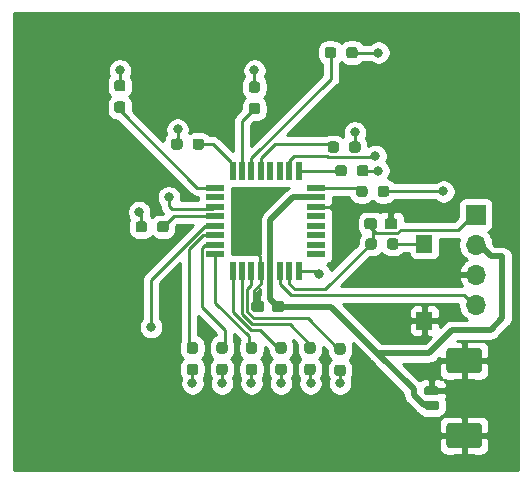
<source format=gbl>
G04 #@! TF.GenerationSoftware,KiCad,Pcbnew,5.1.10-88a1d61d58~90~ubuntu20.04.1*
G04 #@! TF.CreationDate,2021-11-23T17:04:51+00:00*
G04 #@! TF.ProjectId,logic-calc,6c6f6769-632d-4636-916c-632e6b696361,rev?*
G04 #@! TF.SameCoordinates,Original*
G04 #@! TF.FileFunction,Copper,L2,Bot*
G04 #@! TF.FilePolarity,Positive*
%FSLAX46Y46*%
G04 Gerber Fmt 4.6, Leading zero omitted, Abs format (unit mm)*
G04 Created by KiCad (PCBNEW 5.1.10-88a1d61d58~90~ubuntu20.04.1) date 2021-11-23 17:04:51*
%MOMM*%
%LPD*%
G01*
G04 APERTURE LIST*
G04 #@! TA.AperFunction,ComponentPad*
%ADD10O,1.700000X1.700000*%
G04 #@! TD*
G04 #@! TA.AperFunction,ComponentPad*
%ADD11R,1.700000X1.700000*%
G04 #@! TD*
G04 #@! TA.AperFunction,SMDPad,CuDef*
%ADD12R,0.550000X1.600000*%
G04 #@! TD*
G04 #@! TA.AperFunction,SMDPad,CuDef*
%ADD13R,1.600000X0.550000*%
G04 #@! TD*
G04 #@! TA.AperFunction,SMDPad,CuDef*
%ADD14R,1.400000X1.500000*%
G04 #@! TD*
G04 #@! TA.AperFunction,ViaPad*
%ADD15C,0.800000*%
G04 #@! TD*
G04 #@! TA.AperFunction,Conductor*
%ADD16C,0.250000*%
G04 #@! TD*
G04 #@! TA.AperFunction,Conductor*
%ADD17C,0.500000*%
G04 #@! TD*
G04 #@! TA.AperFunction,Conductor*
%ADD18C,0.254000*%
G04 #@! TD*
G04 #@! TA.AperFunction,Conductor*
%ADD19C,0.100000*%
G04 #@! TD*
G04 APERTURE END LIST*
D10*
X118750000Y-55330000D03*
X118750000Y-52790000D03*
X118750000Y-50250000D03*
D11*
X118750000Y-47710000D03*
G04 #@! TA.AperFunction,SMDPad,CuDef*
G36*
G01*
X116499999Y-65375000D02*
X119000001Y-65375000D01*
G75*
G02*
X119250000Y-65624999I0J-249999D01*
G01*
X119250000Y-67225001D01*
G75*
G02*
X119000001Y-67475000I-249999J0D01*
G01*
X116499999Y-67475000D01*
G75*
G02*
X116250000Y-67225001I0J249999D01*
G01*
X116250000Y-65624999D01*
G75*
G02*
X116499999Y-65375000I249999J0D01*
G01*
G37*
G04 #@! TD.AperFunction*
G04 #@! TA.AperFunction,SMDPad,CuDef*
G36*
G01*
X116499999Y-59025000D02*
X119000001Y-59025000D01*
G75*
G02*
X119250000Y-59274999I0J-249999D01*
G01*
X119250000Y-60875001D01*
G75*
G02*
X119000001Y-61125000I-249999J0D01*
G01*
X116499999Y-61125000D01*
G75*
G02*
X116250000Y-60875001I0J249999D01*
G01*
X116250000Y-59274999D01*
G75*
G02*
X116499999Y-59025000I249999J0D01*
G01*
G37*
G04 #@! TD.AperFunction*
G04 #@! TA.AperFunction,SMDPad,CuDef*
G36*
G01*
X114550000Y-63475000D02*
X115450000Y-63475000D01*
G75*
G02*
X115650000Y-63675000I0J-200000D01*
G01*
X115650000Y-64075000D01*
G75*
G02*
X115450000Y-64275000I-200000J0D01*
G01*
X114550000Y-64275000D01*
G75*
G02*
X114350000Y-64075000I0J200000D01*
G01*
X114350000Y-63675000D01*
G75*
G02*
X114550000Y-63475000I200000J0D01*
G01*
G37*
G04 #@! TD.AperFunction*
G04 #@! TA.AperFunction,SMDPad,CuDef*
G36*
G01*
X114550000Y-62225000D02*
X115450000Y-62225000D01*
G75*
G02*
X115650000Y-62425000I0J-200000D01*
G01*
X115650000Y-62825000D01*
G75*
G02*
X115450000Y-63025000I-200000J0D01*
G01*
X114550000Y-63025000D01*
G75*
G02*
X114350000Y-62825000I0J200000D01*
G01*
X114350000Y-62425000D01*
G75*
G02*
X114550000Y-62225000I200000J0D01*
G01*
G37*
G04 #@! TD.AperFunction*
D12*
X98150000Y-52500000D03*
X98950000Y-52500000D03*
X99750000Y-52500000D03*
X100550000Y-52500000D03*
X101350000Y-52500000D03*
X102150000Y-52500000D03*
X102950000Y-52500000D03*
X103750000Y-52500000D03*
D13*
X105200000Y-51050000D03*
X105200000Y-50250000D03*
X105200000Y-49450000D03*
X105200000Y-48650000D03*
X105200000Y-47850000D03*
X105200000Y-47050000D03*
X105200000Y-46250000D03*
X105200000Y-45450000D03*
D12*
X103750000Y-44000000D03*
X102950000Y-44000000D03*
X102150000Y-44000000D03*
X101350000Y-44000000D03*
X100550000Y-44000000D03*
X99750000Y-44000000D03*
X98950000Y-44000000D03*
X98150000Y-44000000D03*
D13*
X96700000Y-45450000D03*
X96700000Y-46250000D03*
X96700000Y-47050000D03*
X96700000Y-47850000D03*
X96700000Y-48650000D03*
X96700000Y-49450000D03*
X96700000Y-50250000D03*
X96700000Y-51050000D03*
D14*
X114400000Y-56700000D03*
X114400000Y-50200000D03*
G04 #@! TA.AperFunction,SMDPad,CuDef*
G36*
G01*
X109575000Y-45512500D02*
X109575000Y-45987500D01*
G75*
G02*
X109337500Y-46225000I-237500J0D01*
G01*
X108837500Y-46225000D01*
G75*
G02*
X108600000Y-45987500I0J237500D01*
G01*
X108600000Y-45512500D01*
G75*
G02*
X108837500Y-45275000I237500J0D01*
G01*
X109337500Y-45275000D01*
G75*
G02*
X109575000Y-45512500I0J-237500D01*
G01*
G37*
G04 #@! TD.AperFunction*
G04 #@! TA.AperFunction,SMDPad,CuDef*
G36*
G01*
X111400000Y-45512500D02*
X111400000Y-45987500D01*
G75*
G02*
X111162500Y-46225000I-237500J0D01*
G01*
X110662500Y-46225000D01*
G75*
G02*
X110425000Y-45987500I0J237500D01*
G01*
X110425000Y-45512500D01*
G75*
G02*
X110662500Y-45275000I237500J0D01*
G01*
X111162500Y-45275000D01*
G75*
G02*
X111400000Y-45512500I0J-237500D01*
G01*
G37*
G04 #@! TD.AperFunction*
G04 #@! TA.AperFunction,SMDPad,CuDef*
G36*
G01*
X107825000Y-43762500D02*
X107825000Y-44237500D01*
G75*
G02*
X107587500Y-44475000I-237500J0D01*
G01*
X107087500Y-44475000D01*
G75*
G02*
X106850000Y-44237500I0J237500D01*
G01*
X106850000Y-43762500D01*
G75*
G02*
X107087500Y-43525000I237500J0D01*
G01*
X107587500Y-43525000D01*
G75*
G02*
X107825000Y-43762500I0J-237500D01*
G01*
G37*
G04 #@! TD.AperFunction*
G04 #@! TA.AperFunction,SMDPad,CuDef*
G36*
G01*
X109650000Y-43762500D02*
X109650000Y-44237500D01*
G75*
G02*
X109412500Y-44475000I-237500J0D01*
G01*
X108912500Y-44475000D01*
G75*
G02*
X108675000Y-44237500I0J237500D01*
G01*
X108675000Y-43762500D01*
G75*
G02*
X108912500Y-43525000I237500J0D01*
G01*
X109412500Y-43525000D01*
G75*
G02*
X109650000Y-43762500I0J-237500D01*
G01*
G37*
G04 #@! TD.AperFunction*
G04 #@! TA.AperFunction,SMDPad,CuDef*
G36*
G01*
X91762500Y-48987500D02*
X91762500Y-48512500D01*
G75*
G02*
X92000000Y-48275000I237500J0D01*
G01*
X92500000Y-48275000D01*
G75*
G02*
X92737500Y-48512500I0J-237500D01*
G01*
X92737500Y-48987500D01*
G75*
G02*
X92500000Y-49225000I-237500J0D01*
G01*
X92000000Y-49225000D01*
G75*
G02*
X91762500Y-48987500I0J237500D01*
G01*
G37*
G04 #@! TD.AperFunction*
G04 #@! TA.AperFunction,SMDPad,CuDef*
G36*
G01*
X89937500Y-48987500D02*
X89937500Y-48512500D01*
G75*
G02*
X90175000Y-48275000I237500J0D01*
G01*
X90675000Y-48275000D01*
G75*
G02*
X90912500Y-48512500I0J-237500D01*
G01*
X90912500Y-48987500D01*
G75*
G02*
X90675000Y-49225000I-237500J0D01*
G01*
X90175000Y-49225000D01*
G75*
G02*
X89937500Y-48987500I0J237500D01*
G01*
G37*
G04 #@! TD.AperFunction*
G04 #@! TA.AperFunction,SMDPad,CuDef*
G36*
G01*
X106912500Y-33762500D02*
X106912500Y-34237500D01*
G75*
G02*
X106675000Y-34475000I-237500J0D01*
G01*
X106175000Y-34475000D01*
G75*
G02*
X105937500Y-34237500I0J237500D01*
G01*
X105937500Y-33762500D01*
G75*
G02*
X106175000Y-33525000I237500J0D01*
G01*
X106675000Y-33525000D01*
G75*
G02*
X106912500Y-33762500I0J-237500D01*
G01*
G37*
G04 #@! TD.AperFunction*
G04 #@! TA.AperFunction,SMDPad,CuDef*
G36*
G01*
X108737500Y-33762500D02*
X108737500Y-34237500D01*
G75*
G02*
X108500000Y-34475000I-237500J0D01*
G01*
X108000000Y-34475000D01*
G75*
G02*
X107762500Y-34237500I0J237500D01*
G01*
X107762500Y-33762500D01*
G75*
G02*
X108000000Y-33525000I237500J0D01*
G01*
X108500000Y-33525000D01*
G75*
G02*
X108737500Y-33762500I0J-237500D01*
G01*
G37*
G04 #@! TD.AperFunction*
G04 #@! TA.AperFunction,SMDPad,CuDef*
G36*
G01*
X99762500Y-38262500D02*
X100237500Y-38262500D01*
G75*
G02*
X100475000Y-38500000I0J-237500D01*
G01*
X100475000Y-39000000D01*
G75*
G02*
X100237500Y-39237500I-237500J0D01*
G01*
X99762500Y-39237500D01*
G75*
G02*
X99525000Y-39000000I0J237500D01*
G01*
X99525000Y-38500000D01*
G75*
G02*
X99762500Y-38262500I237500J0D01*
G01*
G37*
G04 #@! TD.AperFunction*
G04 #@! TA.AperFunction,SMDPad,CuDef*
G36*
G01*
X99762500Y-36437500D02*
X100237500Y-36437500D01*
G75*
G02*
X100475000Y-36675000I0J-237500D01*
G01*
X100475000Y-37175000D01*
G75*
G02*
X100237500Y-37412500I-237500J0D01*
G01*
X99762500Y-37412500D01*
G75*
G02*
X99525000Y-37175000I0J237500D01*
G01*
X99525000Y-36675000D01*
G75*
G02*
X99762500Y-36437500I237500J0D01*
G01*
G37*
G04 #@! TD.AperFunction*
G04 #@! TA.AperFunction,SMDPad,CuDef*
G36*
G01*
X88362500Y-38137500D02*
X88837500Y-38137500D01*
G75*
G02*
X89075000Y-38375000I0J-237500D01*
G01*
X89075000Y-38875000D01*
G75*
G02*
X88837500Y-39112500I-237500J0D01*
G01*
X88362500Y-39112500D01*
G75*
G02*
X88125000Y-38875000I0J237500D01*
G01*
X88125000Y-38375000D01*
G75*
G02*
X88362500Y-38137500I237500J0D01*
G01*
G37*
G04 #@! TD.AperFunction*
G04 #@! TA.AperFunction,SMDPad,CuDef*
G36*
G01*
X88362500Y-36312500D02*
X88837500Y-36312500D01*
G75*
G02*
X89075000Y-36550000I0J-237500D01*
G01*
X89075000Y-37050000D01*
G75*
G02*
X88837500Y-37287500I-237500J0D01*
G01*
X88362500Y-37287500D01*
G75*
G02*
X88125000Y-37050000I0J237500D01*
G01*
X88125000Y-36550000D01*
G75*
G02*
X88362500Y-36312500I237500J0D01*
G01*
G37*
G04 #@! TD.AperFunction*
G04 #@! TA.AperFunction,SMDPad,CuDef*
G36*
G01*
X108012500Y-42237500D02*
X108012500Y-41762500D01*
G75*
G02*
X108250000Y-41525000I237500J0D01*
G01*
X108750000Y-41525000D01*
G75*
G02*
X108987500Y-41762500I0J-237500D01*
G01*
X108987500Y-42237500D01*
G75*
G02*
X108750000Y-42475000I-237500J0D01*
G01*
X108250000Y-42475000D01*
G75*
G02*
X108012500Y-42237500I0J237500D01*
G01*
G37*
G04 #@! TD.AperFunction*
G04 #@! TA.AperFunction,SMDPad,CuDef*
G36*
G01*
X106187500Y-42237500D02*
X106187500Y-41762500D01*
G75*
G02*
X106425000Y-41525000I237500J0D01*
G01*
X106925000Y-41525000D01*
G75*
G02*
X107162500Y-41762500I0J-237500D01*
G01*
X107162500Y-42237500D01*
G75*
G02*
X106925000Y-42475000I-237500J0D01*
G01*
X106425000Y-42475000D01*
G75*
G02*
X106187500Y-42237500I0J237500D01*
G01*
G37*
G04 #@! TD.AperFunction*
G04 #@! TA.AperFunction,SMDPad,CuDef*
G36*
G01*
X94762500Y-41987500D02*
X94762500Y-41512500D01*
G75*
G02*
X95000000Y-41275000I237500J0D01*
G01*
X95500000Y-41275000D01*
G75*
G02*
X95737500Y-41512500I0J-237500D01*
G01*
X95737500Y-41987500D01*
G75*
G02*
X95500000Y-42225000I-237500J0D01*
G01*
X95000000Y-42225000D01*
G75*
G02*
X94762500Y-41987500I0J237500D01*
G01*
G37*
G04 #@! TD.AperFunction*
G04 #@! TA.AperFunction,SMDPad,CuDef*
G36*
G01*
X92937500Y-41987500D02*
X92937500Y-41512500D01*
G75*
G02*
X93175000Y-41275000I237500J0D01*
G01*
X93675000Y-41275000D01*
G75*
G02*
X93912500Y-41512500I0J-237500D01*
G01*
X93912500Y-41987500D01*
G75*
G02*
X93675000Y-42225000I-237500J0D01*
G01*
X93175000Y-42225000D01*
G75*
G02*
X92937500Y-41987500I0J237500D01*
G01*
G37*
G04 #@! TD.AperFunction*
G04 #@! TA.AperFunction,SMDPad,CuDef*
G36*
G01*
X94987500Y-59487500D02*
X94512500Y-59487500D01*
G75*
G02*
X94275000Y-59250000I0J237500D01*
G01*
X94275000Y-58750000D01*
G75*
G02*
X94512500Y-58512500I237500J0D01*
G01*
X94987500Y-58512500D01*
G75*
G02*
X95225000Y-58750000I0J-237500D01*
G01*
X95225000Y-59250000D01*
G75*
G02*
X94987500Y-59487500I-237500J0D01*
G01*
G37*
G04 #@! TD.AperFunction*
G04 #@! TA.AperFunction,SMDPad,CuDef*
G36*
G01*
X94987500Y-61312500D02*
X94512500Y-61312500D01*
G75*
G02*
X94275000Y-61075000I0J237500D01*
G01*
X94275000Y-60575000D01*
G75*
G02*
X94512500Y-60337500I237500J0D01*
G01*
X94987500Y-60337500D01*
G75*
G02*
X95225000Y-60575000I0J-237500D01*
G01*
X95225000Y-61075000D01*
G75*
G02*
X94987500Y-61312500I-237500J0D01*
G01*
G37*
G04 #@! TD.AperFunction*
G04 #@! TA.AperFunction,SMDPad,CuDef*
G36*
G01*
X97487500Y-59487500D02*
X97012500Y-59487500D01*
G75*
G02*
X96775000Y-59250000I0J237500D01*
G01*
X96775000Y-58750000D01*
G75*
G02*
X97012500Y-58512500I237500J0D01*
G01*
X97487500Y-58512500D01*
G75*
G02*
X97725000Y-58750000I0J-237500D01*
G01*
X97725000Y-59250000D01*
G75*
G02*
X97487500Y-59487500I-237500J0D01*
G01*
G37*
G04 #@! TD.AperFunction*
G04 #@! TA.AperFunction,SMDPad,CuDef*
G36*
G01*
X97487500Y-61312500D02*
X97012500Y-61312500D01*
G75*
G02*
X96775000Y-61075000I0J237500D01*
G01*
X96775000Y-60575000D01*
G75*
G02*
X97012500Y-60337500I237500J0D01*
G01*
X97487500Y-60337500D01*
G75*
G02*
X97725000Y-60575000I0J-237500D01*
G01*
X97725000Y-61075000D01*
G75*
G02*
X97487500Y-61312500I-237500J0D01*
G01*
G37*
G04 #@! TD.AperFunction*
G04 #@! TA.AperFunction,SMDPad,CuDef*
G36*
G01*
X99987500Y-59487500D02*
X99512500Y-59487500D01*
G75*
G02*
X99275000Y-59250000I0J237500D01*
G01*
X99275000Y-58750000D01*
G75*
G02*
X99512500Y-58512500I237500J0D01*
G01*
X99987500Y-58512500D01*
G75*
G02*
X100225000Y-58750000I0J-237500D01*
G01*
X100225000Y-59250000D01*
G75*
G02*
X99987500Y-59487500I-237500J0D01*
G01*
G37*
G04 #@! TD.AperFunction*
G04 #@! TA.AperFunction,SMDPad,CuDef*
G36*
G01*
X99987500Y-61312500D02*
X99512500Y-61312500D01*
G75*
G02*
X99275000Y-61075000I0J237500D01*
G01*
X99275000Y-60575000D01*
G75*
G02*
X99512500Y-60337500I237500J0D01*
G01*
X99987500Y-60337500D01*
G75*
G02*
X100225000Y-60575000I0J-237500D01*
G01*
X100225000Y-61075000D01*
G75*
G02*
X99987500Y-61312500I-237500J0D01*
G01*
G37*
G04 #@! TD.AperFunction*
G04 #@! TA.AperFunction,SMDPad,CuDef*
G36*
G01*
X102487500Y-59487500D02*
X102012500Y-59487500D01*
G75*
G02*
X101775000Y-59250000I0J237500D01*
G01*
X101775000Y-58750000D01*
G75*
G02*
X102012500Y-58512500I237500J0D01*
G01*
X102487500Y-58512500D01*
G75*
G02*
X102725000Y-58750000I0J-237500D01*
G01*
X102725000Y-59250000D01*
G75*
G02*
X102487500Y-59487500I-237500J0D01*
G01*
G37*
G04 #@! TD.AperFunction*
G04 #@! TA.AperFunction,SMDPad,CuDef*
G36*
G01*
X102487500Y-61312500D02*
X102012500Y-61312500D01*
G75*
G02*
X101775000Y-61075000I0J237500D01*
G01*
X101775000Y-60575000D01*
G75*
G02*
X102012500Y-60337500I237500J0D01*
G01*
X102487500Y-60337500D01*
G75*
G02*
X102725000Y-60575000I0J-237500D01*
G01*
X102725000Y-61075000D01*
G75*
G02*
X102487500Y-61312500I-237500J0D01*
G01*
G37*
G04 #@! TD.AperFunction*
G04 #@! TA.AperFunction,SMDPad,CuDef*
G36*
G01*
X104937500Y-59487500D02*
X104462500Y-59487500D01*
G75*
G02*
X104225000Y-59250000I0J237500D01*
G01*
X104225000Y-58750000D01*
G75*
G02*
X104462500Y-58512500I237500J0D01*
G01*
X104937500Y-58512500D01*
G75*
G02*
X105175000Y-58750000I0J-237500D01*
G01*
X105175000Y-59250000D01*
G75*
G02*
X104937500Y-59487500I-237500J0D01*
G01*
G37*
G04 #@! TD.AperFunction*
G04 #@! TA.AperFunction,SMDPad,CuDef*
G36*
G01*
X104937500Y-61312500D02*
X104462500Y-61312500D01*
G75*
G02*
X104225000Y-61075000I0J237500D01*
G01*
X104225000Y-60575000D01*
G75*
G02*
X104462500Y-60337500I237500J0D01*
G01*
X104937500Y-60337500D01*
G75*
G02*
X105175000Y-60575000I0J-237500D01*
G01*
X105175000Y-61075000D01*
G75*
G02*
X104937500Y-61312500I-237500J0D01*
G01*
G37*
G04 #@! TD.AperFunction*
G04 #@! TA.AperFunction,SMDPad,CuDef*
G36*
G01*
X107487500Y-59575000D02*
X107012500Y-59575000D01*
G75*
G02*
X106775000Y-59337500I0J237500D01*
G01*
X106775000Y-58837500D01*
G75*
G02*
X107012500Y-58600000I237500J0D01*
G01*
X107487500Y-58600000D01*
G75*
G02*
X107725000Y-58837500I0J-237500D01*
G01*
X107725000Y-59337500D01*
G75*
G02*
X107487500Y-59575000I-237500J0D01*
G01*
G37*
G04 #@! TD.AperFunction*
G04 #@! TA.AperFunction,SMDPad,CuDef*
G36*
G01*
X107487500Y-61400000D02*
X107012500Y-61400000D01*
G75*
G02*
X106775000Y-61162500I0J237500D01*
G01*
X106775000Y-60662500D01*
G75*
G02*
X107012500Y-60425000I237500J0D01*
G01*
X107487500Y-60425000D01*
G75*
G02*
X107725000Y-60662500I0J-237500D01*
G01*
X107725000Y-61162500D01*
G75*
G02*
X107487500Y-61400000I-237500J0D01*
G01*
G37*
G04 #@! TD.AperFunction*
G04 #@! TA.AperFunction,SMDPad,CuDef*
G36*
G01*
X111212500Y-50437500D02*
X111212500Y-49962500D01*
G75*
G02*
X111450000Y-49725000I237500J0D01*
G01*
X111950000Y-49725000D01*
G75*
G02*
X112187500Y-49962500I0J-237500D01*
G01*
X112187500Y-50437500D01*
G75*
G02*
X111950000Y-50675000I-237500J0D01*
G01*
X111450000Y-50675000D01*
G75*
G02*
X111212500Y-50437500I0J237500D01*
G01*
G37*
G04 #@! TD.AperFunction*
G04 #@! TA.AperFunction,SMDPad,CuDef*
G36*
G01*
X109387500Y-50437500D02*
X109387500Y-49962500D01*
G75*
G02*
X109625000Y-49725000I237500J0D01*
G01*
X110125000Y-49725000D01*
G75*
G02*
X110362500Y-49962500I0J-237500D01*
G01*
X110362500Y-50437500D01*
G75*
G02*
X110125000Y-50675000I-237500J0D01*
G01*
X109625000Y-50675000D01*
G75*
G02*
X109387500Y-50437500I0J237500D01*
G01*
G37*
G04 #@! TD.AperFunction*
G04 #@! TA.AperFunction,SMDPad,CuDef*
G36*
G01*
X111025000Y-48737500D02*
X111025000Y-48262500D01*
G75*
G02*
X111262500Y-48025000I237500J0D01*
G01*
X111862500Y-48025000D01*
G75*
G02*
X112100000Y-48262500I0J-237500D01*
G01*
X112100000Y-48737500D01*
G75*
G02*
X111862500Y-48975000I-237500J0D01*
G01*
X111262500Y-48975000D01*
G75*
G02*
X111025000Y-48737500I0J237500D01*
G01*
G37*
G04 #@! TD.AperFunction*
G04 #@! TA.AperFunction,SMDPad,CuDef*
G36*
G01*
X109300000Y-48737500D02*
X109300000Y-48262500D01*
G75*
G02*
X109537500Y-48025000I237500J0D01*
G01*
X110137500Y-48025000D01*
G75*
G02*
X110375000Y-48262500I0J-237500D01*
G01*
X110375000Y-48737500D01*
G75*
G02*
X110137500Y-48975000I-237500J0D01*
G01*
X109537500Y-48975000D01*
G75*
G02*
X109300000Y-48737500I0J237500D01*
G01*
G37*
G04 #@! TD.AperFunction*
G04 #@! TA.AperFunction,SMDPad,CuDef*
G36*
G01*
X100812500Y-55262500D02*
X100812500Y-55737500D01*
G75*
G02*
X100575000Y-55975000I-237500J0D01*
G01*
X99975000Y-55975000D01*
G75*
G02*
X99737500Y-55737500I0J237500D01*
G01*
X99737500Y-55262500D01*
G75*
G02*
X99975000Y-55025000I237500J0D01*
G01*
X100575000Y-55025000D01*
G75*
G02*
X100812500Y-55262500I0J-237500D01*
G01*
G37*
G04 #@! TD.AperFunction*
G04 #@! TA.AperFunction,SMDPad,CuDef*
G36*
G01*
X102537500Y-55262500D02*
X102537500Y-55737500D01*
G75*
G02*
X102300000Y-55975000I-237500J0D01*
G01*
X101700000Y-55975000D01*
G75*
G02*
X101462500Y-55737500I0J237500D01*
G01*
X101462500Y-55262500D01*
G75*
G02*
X101700000Y-55025000I237500J0D01*
G01*
X102300000Y-55025000D01*
G75*
G02*
X102537500Y-55262500I0J-237500D01*
G01*
G37*
G04 #@! TD.AperFunction*
D15*
X100000000Y-48250000D03*
X111750000Y-56250000D03*
X103000000Y-67900000D03*
X84100000Y-32600000D03*
X118800000Y-32900000D03*
X120500000Y-63000000D03*
X107250000Y-62000000D03*
X104750000Y-62000000D03*
X102250000Y-62000000D03*
X99750000Y-62000000D03*
X97250000Y-62000000D03*
X94750000Y-62000000D03*
X93500000Y-40500000D03*
X108500000Y-40750000D03*
X88600000Y-35500000D03*
X100000000Y-35500000D03*
X110500000Y-34000000D03*
X90250000Y-47500000D03*
X110500000Y-44000000D03*
X116000000Y-45750000D03*
X105500000Y-52750000D03*
X91250000Y-57250000D03*
X92750000Y-46250000D03*
X110250000Y-42750000D03*
D16*
X100550000Y-53550000D02*
X100000000Y-54100000D01*
X100550000Y-52500000D02*
X100550000Y-53550000D01*
X100000000Y-54100000D02*
X100000000Y-55000000D01*
X100000000Y-55000000D02*
X100500000Y-55500000D01*
X100000000Y-48250000D02*
X100000000Y-50750000D01*
X100000000Y-50750000D02*
X100500000Y-51250000D01*
X100500000Y-51250000D02*
X100500000Y-52250000D01*
X100500000Y-52250000D02*
X100500000Y-52500000D01*
X105200000Y-47050000D02*
X107200000Y-47050000D01*
X107200000Y-47050000D02*
X107250000Y-47000000D01*
X102950000Y-53550000D02*
X103400000Y-54000000D01*
X102950000Y-52500000D02*
X102950000Y-53550000D01*
X103400000Y-54000000D02*
X106000000Y-54000000D01*
X106000000Y-54000000D02*
X110000000Y-50000000D01*
X110000000Y-50000000D02*
X110000000Y-48500000D01*
D17*
X118750000Y-47710000D02*
X118540000Y-47710000D01*
D16*
X112095500Y-49300010D02*
X110300010Y-49300010D01*
X112395510Y-49000000D02*
X112095500Y-49300010D01*
X117250000Y-49000000D02*
X112395510Y-49000000D01*
X118540000Y-47710000D02*
X117250000Y-49000000D01*
X110300010Y-49300010D02*
X109750000Y-48750000D01*
X107250000Y-60912500D02*
X107250000Y-62000000D01*
X104700000Y-61950000D02*
X104750000Y-62000000D01*
X104700000Y-60825000D02*
X104700000Y-61950000D01*
X102250000Y-60825000D02*
X102250000Y-62000000D01*
X99750000Y-60825000D02*
X99750000Y-62000000D01*
X97250000Y-60825000D02*
X97250000Y-62000000D01*
X94750000Y-60825000D02*
X94750000Y-62000000D01*
X93500000Y-40500000D02*
X93500000Y-41250000D01*
X93500000Y-41250000D02*
X93250000Y-41500000D01*
X108500000Y-40750000D02*
X108500000Y-41750000D01*
X88600000Y-36800000D02*
X88600000Y-35500000D01*
X100000000Y-36925000D02*
X100000000Y-35500000D01*
X108250000Y-34000000D02*
X110500000Y-34000000D01*
X90425000Y-47675000D02*
X90250000Y-47500000D01*
X90425000Y-48750000D02*
X90425000Y-47675000D01*
X109162500Y-44000000D02*
X110500000Y-44000000D01*
X110912500Y-45750000D02*
X115750000Y-45750000D01*
X115750000Y-45750000D02*
X116000000Y-45750000D01*
X102150000Y-53550000D02*
X103100000Y-54500000D01*
X102150000Y-52500000D02*
X102150000Y-53550000D01*
X103100000Y-54500000D02*
X114500000Y-54500000D01*
X114500000Y-54500000D02*
X117750000Y-54500000D01*
X117750000Y-54500000D02*
X118750000Y-55500000D01*
X111700000Y-50200000D02*
X114800000Y-50200000D01*
X114800000Y-50200000D02*
X114600000Y-50000000D01*
X99412490Y-55970500D02*
X99941990Y-56500000D01*
X99412490Y-54051100D02*
X99412490Y-55970500D01*
X99750000Y-53713590D02*
X99412490Y-54051100D01*
X99750000Y-52500000D02*
X99750000Y-53713590D01*
X99941990Y-56500000D02*
X104500000Y-56500000D01*
X104500000Y-56500000D02*
X107000000Y-59000000D01*
X98950000Y-56144420D02*
X99805580Y-57000000D01*
X98950000Y-52500000D02*
X98950000Y-56144420D01*
X99805580Y-57000000D02*
X103000000Y-57000000D01*
X103000000Y-57000000D02*
X105000000Y-59000000D01*
X98150000Y-55980830D02*
X99669170Y-57500000D01*
X98150000Y-52500000D02*
X98150000Y-55980830D01*
X99669170Y-57500000D02*
X100500000Y-57500000D01*
X100500000Y-57500000D02*
X102000000Y-59000000D01*
X96700000Y-55167240D02*
X99532760Y-58000000D01*
X96700000Y-51050000D02*
X96700000Y-55167240D01*
X99532760Y-58000000D02*
X99532760Y-58967240D01*
X99532760Y-58967240D02*
X99565520Y-59000000D01*
X95574999Y-50514999D02*
X95574999Y-55574999D01*
X95839998Y-50250000D02*
X95574999Y-50514999D01*
X96700000Y-50250000D02*
X95839998Y-50250000D01*
X95574999Y-55574999D02*
X97500000Y-57500000D01*
X97500000Y-57500000D02*
X97500000Y-59000000D01*
X95650000Y-49450000D02*
X94500000Y-50600000D01*
X96700000Y-49450000D02*
X95650000Y-49450000D01*
X94500000Y-50600000D02*
X94500000Y-59000000D01*
X98150000Y-44000000D02*
X98000000Y-44000000D01*
X95250000Y-41750000D02*
X96500000Y-41750000D01*
X96500000Y-41750000D02*
X98000000Y-43250000D01*
X100550000Y-42950000D02*
X101750000Y-41750000D01*
X100550000Y-44000000D02*
X100550000Y-42950000D01*
X101750000Y-41750000D02*
X106500000Y-41750000D01*
X96700000Y-45450000D02*
X95150000Y-45450000D01*
X95150000Y-45450000D02*
X88600000Y-38900000D01*
X98950000Y-44000000D02*
X98950000Y-39800000D01*
X98950000Y-39800000D02*
X100000000Y-38750000D01*
X99750000Y-42950000D02*
X106500000Y-36200000D01*
X99750000Y-44000000D02*
X99750000Y-42950000D01*
X106500000Y-36200000D02*
X106500000Y-34000000D01*
X96700000Y-47850000D02*
X93150000Y-47850000D01*
X93150000Y-47850000D02*
X92250000Y-48750000D01*
X103750000Y-44000000D02*
X107250000Y-44000000D01*
X105200000Y-45450000D02*
X108700000Y-45450000D01*
X108700000Y-45450000D02*
X109000000Y-45750000D01*
X105250000Y-52500000D02*
X105500000Y-52750000D01*
X103750000Y-52500000D02*
X105250000Y-52500000D01*
X95813590Y-48650000D02*
X91250000Y-53213590D01*
X96700000Y-48650000D02*
X95813590Y-48650000D01*
X91250000Y-53213590D02*
X91250000Y-57250000D01*
X92750000Y-46250000D02*
X92750000Y-47000000D01*
X92750000Y-47000000D02*
X93000000Y-47250000D01*
X93000000Y-47250000D02*
X96500000Y-47250000D01*
X102950000Y-43139998D02*
X103339998Y-42750000D01*
X102950000Y-44000000D02*
X102950000Y-43139998D01*
X106192000Y-42800010D02*
X110199990Y-42800010D01*
X106141990Y-42750000D02*
X106192000Y-42800010D01*
X103339998Y-42750000D02*
X106141990Y-42750000D01*
X110199990Y-42800010D02*
X110250000Y-42750000D01*
D17*
X101350000Y-52500000D02*
X101350000Y-54850000D01*
X101350000Y-54850000D02*
X102000000Y-55500000D01*
X102000000Y-55500000D02*
X106500000Y-55500000D01*
X101350000Y-52500000D02*
X101350000Y-48150000D01*
X101350000Y-48150000D02*
X103250000Y-46250000D01*
X103250000Y-46250000D02*
X105000000Y-46250000D01*
X114800000Y-59450000D02*
X116750000Y-57500000D01*
X116750000Y-57500000D02*
X120000000Y-57500000D01*
X120000000Y-57500000D02*
X121000000Y-56500000D01*
X121000000Y-56500000D02*
X121000000Y-51250000D01*
X121000000Y-51250000D02*
X120000000Y-51250000D01*
X120000000Y-51250000D02*
X119250000Y-50500000D01*
X110400000Y-59400000D02*
X113500000Y-62500000D01*
X106500000Y-55500000D02*
X110400000Y-59400000D01*
X114350000Y-63875000D02*
X115000000Y-63875000D01*
X113500000Y-63025000D02*
X114350000Y-63875000D01*
X113500000Y-62500000D02*
X113500000Y-63025000D01*
X110450000Y-59450000D02*
X110400000Y-59400000D01*
X114800000Y-59450000D02*
X110450000Y-59450000D01*
D18*
X122340001Y-69340000D02*
X79660000Y-69340000D01*
X79660000Y-67475000D01*
X115611928Y-67475000D01*
X115624188Y-67599482D01*
X115660498Y-67719180D01*
X115719463Y-67829494D01*
X115798815Y-67926185D01*
X115895506Y-68005537D01*
X116005820Y-68064502D01*
X116125518Y-68100812D01*
X116250000Y-68113072D01*
X117464250Y-68110000D01*
X117623000Y-67951250D01*
X117623000Y-66552000D01*
X117877000Y-66552000D01*
X117877000Y-67951250D01*
X118035750Y-68110000D01*
X119250000Y-68113072D01*
X119374482Y-68100812D01*
X119494180Y-68064502D01*
X119604494Y-68005537D01*
X119701185Y-67926185D01*
X119780537Y-67829494D01*
X119839502Y-67719180D01*
X119875812Y-67599482D01*
X119888072Y-67475000D01*
X119885000Y-66710750D01*
X119726250Y-66552000D01*
X117877000Y-66552000D01*
X117623000Y-66552000D01*
X115773750Y-66552000D01*
X115615000Y-66710750D01*
X115611928Y-67475000D01*
X79660000Y-67475000D01*
X79660000Y-65375000D01*
X115611928Y-65375000D01*
X115615000Y-66139250D01*
X115773750Y-66298000D01*
X117623000Y-66298000D01*
X117623000Y-64898750D01*
X117877000Y-64898750D01*
X117877000Y-66298000D01*
X119726250Y-66298000D01*
X119885000Y-66139250D01*
X119888072Y-65375000D01*
X119875812Y-65250518D01*
X119839502Y-65130820D01*
X119780537Y-65020506D01*
X119701185Y-64923815D01*
X119604494Y-64844463D01*
X119494180Y-64785498D01*
X119374482Y-64749188D01*
X119250000Y-64736928D01*
X118035750Y-64740000D01*
X117877000Y-64898750D01*
X117623000Y-64898750D01*
X117464250Y-64740000D01*
X116250000Y-64736928D01*
X116125518Y-64749188D01*
X116005820Y-64785498D01*
X115895506Y-64844463D01*
X115798815Y-64923815D01*
X115719463Y-65020506D01*
X115660498Y-65130820D01*
X115624188Y-65250518D01*
X115611928Y-65375000D01*
X79660000Y-65375000D01*
X79660000Y-36550000D01*
X87486928Y-36550000D01*
X87486928Y-37050000D01*
X87503752Y-37220816D01*
X87553577Y-37385067D01*
X87634488Y-37536442D01*
X87743377Y-37669123D01*
X87796232Y-37712500D01*
X87743377Y-37755877D01*
X87634488Y-37888558D01*
X87553577Y-38039933D01*
X87503752Y-38204184D01*
X87486928Y-38375000D01*
X87486928Y-38875000D01*
X87503752Y-39045816D01*
X87553577Y-39210067D01*
X87634488Y-39361442D01*
X87743377Y-39494123D01*
X87876058Y-39603012D01*
X88027433Y-39683923D01*
X88191684Y-39733748D01*
X88362500Y-39750572D01*
X88375771Y-39750572D01*
X94586200Y-45961002D01*
X94609999Y-45990001D01*
X94725724Y-46084974D01*
X94857753Y-46155546D01*
X95001014Y-46199003D01*
X95112667Y-46210000D01*
X95112677Y-46210000D01*
X95150000Y-46213676D01*
X95187323Y-46210000D01*
X95261928Y-46210000D01*
X95261928Y-46490000D01*
X93757538Y-46490000D01*
X93785000Y-46351939D01*
X93785000Y-46148061D01*
X93745226Y-45948102D01*
X93667205Y-45759744D01*
X93553937Y-45590226D01*
X93409774Y-45446063D01*
X93240256Y-45332795D01*
X93051898Y-45254774D01*
X92851939Y-45215000D01*
X92648061Y-45215000D01*
X92448102Y-45254774D01*
X92259744Y-45332795D01*
X92090226Y-45446063D01*
X91946063Y-45590226D01*
X91832795Y-45759744D01*
X91754774Y-45948102D01*
X91715000Y-46148061D01*
X91715000Y-46351939D01*
X91754774Y-46551898D01*
X91832795Y-46740256D01*
X91946063Y-46909774D01*
X91990000Y-46953711D01*
X91990000Y-46962678D01*
X91986324Y-47000000D01*
X91990000Y-47037322D01*
X91990000Y-47037333D01*
X92000997Y-47148986D01*
X92029317Y-47242344D01*
X92044454Y-47292246D01*
X92115026Y-47424276D01*
X92172628Y-47494463D01*
X92210000Y-47540001D01*
X92238997Y-47563798D01*
X92300198Y-47625000D01*
X92288270Y-47636928D01*
X92000000Y-47636928D01*
X91829184Y-47653752D01*
X91664933Y-47703577D01*
X91513558Y-47784488D01*
X91380877Y-47893377D01*
X91337500Y-47946232D01*
X91294123Y-47893377D01*
X91229352Y-47840221D01*
X91245226Y-47801898D01*
X91285000Y-47601939D01*
X91285000Y-47398061D01*
X91245226Y-47198102D01*
X91167205Y-47009744D01*
X91053937Y-46840226D01*
X90909774Y-46696063D01*
X90740256Y-46582795D01*
X90551898Y-46504774D01*
X90351939Y-46465000D01*
X90148061Y-46465000D01*
X89948102Y-46504774D01*
X89759744Y-46582795D01*
X89590226Y-46696063D01*
X89446063Y-46840226D01*
X89332795Y-47009744D01*
X89254774Y-47198102D01*
X89215000Y-47398061D01*
X89215000Y-47601939D01*
X89254774Y-47801898D01*
X89332795Y-47990256D01*
X89406869Y-48101116D01*
X89366077Y-48177433D01*
X89316252Y-48341684D01*
X89299428Y-48512500D01*
X89299428Y-48987500D01*
X89316252Y-49158316D01*
X89366077Y-49322567D01*
X89446988Y-49473942D01*
X89555877Y-49606623D01*
X89688558Y-49715512D01*
X89839933Y-49796423D01*
X90004184Y-49846248D01*
X90175000Y-49863072D01*
X90675000Y-49863072D01*
X90845816Y-49846248D01*
X91010067Y-49796423D01*
X91161442Y-49715512D01*
X91294123Y-49606623D01*
X91337500Y-49553768D01*
X91380877Y-49606623D01*
X91513558Y-49715512D01*
X91664933Y-49796423D01*
X91829184Y-49846248D01*
X92000000Y-49863072D01*
X92500000Y-49863072D01*
X92670816Y-49846248D01*
X92835067Y-49796423D01*
X92986442Y-49715512D01*
X93119123Y-49606623D01*
X93228012Y-49473942D01*
X93308923Y-49322567D01*
X93358748Y-49158316D01*
X93375572Y-48987500D01*
X93375572Y-48699230D01*
X93464802Y-48610000D01*
X94778788Y-48610000D01*
X90739003Y-52649786D01*
X90709999Y-52673589D01*
X90654871Y-52740764D01*
X90615026Y-52789314D01*
X90585553Y-52844454D01*
X90544454Y-52921344D01*
X90500997Y-53064605D01*
X90490000Y-53176258D01*
X90490000Y-53176268D01*
X90486324Y-53213590D01*
X90490000Y-53250913D01*
X90490001Y-56546288D01*
X90446063Y-56590226D01*
X90332795Y-56759744D01*
X90254774Y-56948102D01*
X90215000Y-57148061D01*
X90215000Y-57351939D01*
X90254774Y-57551898D01*
X90332795Y-57740256D01*
X90446063Y-57909774D01*
X90590226Y-58053937D01*
X90759744Y-58167205D01*
X90948102Y-58245226D01*
X91148061Y-58285000D01*
X91351939Y-58285000D01*
X91551898Y-58245226D01*
X91740256Y-58167205D01*
X91909774Y-58053937D01*
X92053937Y-57909774D01*
X92167205Y-57740256D01*
X92245226Y-57551898D01*
X92285000Y-57351939D01*
X92285000Y-57148061D01*
X92245226Y-56948102D01*
X92167205Y-56759744D01*
X92053937Y-56590226D01*
X92010000Y-56546289D01*
X92010000Y-53528391D01*
X93740000Y-51798391D01*
X93740001Y-58346788D01*
X93703577Y-58414933D01*
X93653752Y-58579184D01*
X93636928Y-58750000D01*
X93636928Y-59250000D01*
X93653752Y-59420816D01*
X93703577Y-59585067D01*
X93784488Y-59736442D01*
X93893377Y-59869123D01*
X93946232Y-59912500D01*
X93893377Y-59955877D01*
X93784488Y-60088558D01*
X93703577Y-60239933D01*
X93653752Y-60404184D01*
X93636928Y-60575000D01*
X93636928Y-61075000D01*
X93653752Y-61245816D01*
X93703577Y-61410067D01*
X93784488Y-61561442D01*
X93802360Y-61583219D01*
X93754774Y-61698102D01*
X93715000Y-61898061D01*
X93715000Y-62101939D01*
X93754774Y-62301898D01*
X93832795Y-62490256D01*
X93946063Y-62659774D01*
X94090226Y-62803937D01*
X94259744Y-62917205D01*
X94448102Y-62995226D01*
X94648061Y-63035000D01*
X94851939Y-63035000D01*
X95051898Y-62995226D01*
X95240256Y-62917205D01*
X95409774Y-62803937D01*
X95553937Y-62659774D01*
X95667205Y-62490256D01*
X95745226Y-62301898D01*
X95785000Y-62101939D01*
X95785000Y-61898061D01*
X95745226Y-61698102D01*
X95697640Y-61583219D01*
X95715512Y-61561442D01*
X95796423Y-61410067D01*
X95846248Y-61245816D01*
X95863072Y-61075000D01*
X95863072Y-60575000D01*
X95846248Y-60404184D01*
X95796423Y-60239933D01*
X95715512Y-60088558D01*
X95606623Y-59955877D01*
X95553768Y-59912500D01*
X95606623Y-59869123D01*
X95715512Y-59736442D01*
X95796423Y-59585067D01*
X95846248Y-59420816D01*
X95863072Y-59250000D01*
X95863072Y-58750000D01*
X95846248Y-58579184D01*
X95796423Y-58414933D01*
X95715512Y-58263558D01*
X95606623Y-58130877D01*
X95473942Y-58021988D01*
X95322567Y-57941077D01*
X95260000Y-57922098D01*
X95260000Y-56334801D01*
X96740000Y-57814802D01*
X96740000Y-57922097D01*
X96677433Y-57941077D01*
X96526058Y-58021988D01*
X96393377Y-58130877D01*
X96284488Y-58263558D01*
X96203577Y-58414933D01*
X96153752Y-58579184D01*
X96136928Y-58750000D01*
X96136928Y-59250000D01*
X96153752Y-59420816D01*
X96203577Y-59585067D01*
X96284488Y-59736442D01*
X96393377Y-59869123D01*
X96446232Y-59912500D01*
X96393377Y-59955877D01*
X96284488Y-60088558D01*
X96203577Y-60239933D01*
X96153752Y-60404184D01*
X96136928Y-60575000D01*
X96136928Y-61075000D01*
X96153752Y-61245816D01*
X96203577Y-61410067D01*
X96284488Y-61561442D01*
X96302360Y-61583219D01*
X96254774Y-61698102D01*
X96215000Y-61898061D01*
X96215000Y-62101939D01*
X96254774Y-62301898D01*
X96332795Y-62490256D01*
X96446063Y-62659774D01*
X96590226Y-62803937D01*
X96759744Y-62917205D01*
X96948102Y-62995226D01*
X97148061Y-63035000D01*
X97351939Y-63035000D01*
X97551898Y-62995226D01*
X97740256Y-62917205D01*
X97909774Y-62803937D01*
X98053937Y-62659774D01*
X98167205Y-62490256D01*
X98245226Y-62301898D01*
X98285000Y-62101939D01*
X98285000Y-61898061D01*
X98245226Y-61698102D01*
X98197640Y-61583219D01*
X98215512Y-61561442D01*
X98296423Y-61410067D01*
X98346248Y-61245816D01*
X98363072Y-61075000D01*
X98363072Y-60575000D01*
X98346248Y-60404184D01*
X98296423Y-60239933D01*
X98215512Y-60088558D01*
X98106623Y-59955877D01*
X98053768Y-59912500D01*
X98106623Y-59869123D01*
X98215512Y-59736442D01*
X98296423Y-59585067D01*
X98346248Y-59420816D01*
X98363072Y-59250000D01*
X98363072Y-58750000D01*
X98346248Y-58579184D01*
X98296423Y-58414933D01*
X98260000Y-58346790D01*
X98260000Y-57802042D01*
X98762553Y-58304595D01*
X98703577Y-58414933D01*
X98653752Y-58579184D01*
X98636928Y-58750000D01*
X98636928Y-59250000D01*
X98653752Y-59420816D01*
X98703577Y-59585067D01*
X98784488Y-59736442D01*
X98893377Y-59869123D01*
X98946232Y-59912500D01*
X98893377Y-59955877D01*
X98784488Y-60088558D01*
X98703577Y-60239933D01*
X98653752Y-60404184D01*
X98636928Y-60575000D01*
X98636928Y-61075000D01*
X98653752Y-61245816D01*
X98703577Y-61410067D01*
X98784488Y-61561442D01*
X98802360Y-61583219D01*
X98754774Y-61698102D01*
X98715000Y-61898061D01*
X98715000Y-62101939D01*
X98754774Y-62301898D01*
X98832795Y-62490256D01*
X98946063Y-62659774D01*
X99090226Y-62803937D01*
X99259744Y-62917205D01*
X99448102Y-62995226D01*
X99648061Y-63035000D01*
X99851939Y-63035000D01*
X100051898Y-62995226D01*
X100240256Y-62917205D01*
X100409774Y-62803937D01*
X100553937Y-62659774D01*
X100667205Y-62490256D01*
X100745226Y-62301898D01*
X100785000Y-62101939D01*
X100785000Y-61898061D01*
X100745226Y-61698102D01*
X100697640Y-61583219D01*
X100715512Y-61561442D01*
X100796423Y-61410067D01*
X100846248Y-61245816D01*
X100863072Y-61075000D01*
X100863072Y-60575000D01*
X100846248Y-60404184D01*
X100796423Y-60239933D01*
X100715512Y-60088558D01*
X100606623Y-59955877D01*
X100553768Y-59912500D01*
X100606623Y-59869123D01*
X100715512Y-59736442D01*
X100796423Y-59585067D01*
X100846248Y-59420816D01*
X100863072Y-59250000D01*
X100863072Y-58937874D01*
X101136928Y-59211730D01*
X101136928Y-59250000D01*
X101153752Y-59420816D01*
X101203577Y-59585067D01*
X101284488Y-59736442D01*
X101393377Y-59869123D01*
X101446232Y-59912500D01*
X101393377Y-59955877D01*
X101284488Y-60088558D01*
X101203577Y-60239933D01*
X101153752Y-60404184D01*
X101136928Y-60575000D01*
X101136928Y-61075000D01*
X101153752Y-61245816D01*
X101203577Y-61410067D01*
X101284488Y-61561442D01*
X101302360Y-61583219D01*
X101254774Y-61698102D01*
X101215000Y-61898061D01*
X101215000Y-62101939D01*
X101254774Y-62301898D01*
X101332795Y-62490256D01*
X101446063Y-62659774D01*
X101590226Y-62803937D01*
X101759744Y-62917205D01*
X101948102Y-62995226D01*
X102148061Y-63035000D01*
X102351939Y-63035000D01*
X102551898Y-62995226D01*
X102740256Y-62917205D01*
X102909774Y-62803937D01*
X103053937Y-62659774D01*
X103167205Y-62490256D01*
X103245226Y-62301898D01*
X103285000Y-62101939D01*
X103285000Y-61898061D01*
X103245226Y-61698102D01*
X103197640Y-61583219D01*
X103215512Y-61561442D01*
X103296423Y-61410067D01*
X103346248Y-61245816D01*
X103363072Y-61075000D01*
X103363072Y-60575000D01*
X103346248Y-60404184D01*
X103296423Y-60239933D01*
X103215512Y-60088558D01*
X103106623Y-59955877D01*
X103053768Y-59912500D01*
X103106623Y-59869123D01*
X103215512Y-59736442D01*
X103296423Y-59585067D01*
X103346248Y-59420816D01*
X103363072Y-59250000D01*
X103363072Y-58750000D01*
X103346248Y-58579184D01*
X103296423Y-58414933D01*
X103246234Y-58321036D01*
X103594842Y-58669644D01*
X103586928Y-58750000D01*
X103586928Y-59250000D01*
X103603752Y-59420816D01*
X103653577Y-59585067D01*
X103734488Y-59736442D01*
X103843377Y-59869123D01*
X103896232Y-59912500D01*
X103843377Y-59955877D01*
X103734488Y-60088558D01*
X103653577Y-60239933D01*
X103603752Y-60404184D01*
X103586928Y-60575000D01*
X103586928Y-61075000D01*
X103603752Y-61245816D01*
X103653577Y-61410067D01*
X103734488Y-61561442D01*
X103785589Y-61623708D01*
X103754774Y-61698102D01*
X103715000Y-61898061D01*
X103715000Y-62101939D01*
X103754774Y-62301898D01*
X103832795Y-62490256D01*
X103946063Y-62659774D01*
X104090226Y-62803937D01*
X104259744Y-62917205D01*
X104448102Y-62995226D01*
X104648061Y-63035000D01*
X104851939Y-63035000D01*
X105051898Y-62995226D01*
X105240256Y-62917205D01*
X105409774Y-62803937D01*
X105553937Y-62659774D01*
X105667205Y-62490256D01*
X105745226Y-62301898D01*
X105785000Y-62101939D01*
X105785000Y-61898061D01*
X105745226Y-61698102D01*
X105678530Y-61537086D01*
X105746423Y-61410067D01*
X105796248Y-61245816D01*
X105813072Y-61075000D01*
X105813072Y-60575000D01*
X105796248Y-60404184D01*
X105746423Y-60239933D01*
X105665512Y-60088558D01*
X105556623Y-59955877D01*
X105503768Y-59912500D01*
X105556623Y-59869123D01*
X105665512Y-59736442D01*
X105746423Y-59585067D01*
X105796248Y-59420816D01*
X105813072Y-59250000D01*
X105813072Y-58887874D01*
X106136928Y-59211730D01*
X106136928Y-59337500D01*
X106153752Y-59508316D01*
X106203577Y-59672567D01*
X106284488Y-59823942D01*
X106393377Y-59956623D01*
X106446232Y-60000000D01*
X106393377Y-60043377D01*
X106284488Y-60176058D01*
X106203577Y-60327433D01*
X106153752Y-60491684D01*
X106136928Y-60662500D01*
X106136928Y-61162500D01*
X106153752Y-61333316D01*
X106203577Y-61497567D01*
X106279220Y-61639085D01*
X106254774Y-61698102D01*
X106215000Y-61898061D01*
X106215000Y-62101939D01*
X106254774Y-62301898D01*
X106332795Y-62490256D01*
X106446063Y-62659774D01*
X106590226Y-62803937D01*
X106759744Y-62917205D01*
X106948102Y-62995226D01*
X107148061Y-63035000D01*
X107351939Y-63035000D01*
X107551898Y-62995226D01*
X107740256Y-62917205D01*
X107909774Y-62803937D01*
X108053937Y-62659774D01*
X108167205Y-62490256D01*
X108245226Y-62301898D01*
X108285000Y-62101939D01*
X108285000Y-61898061D01*
X108245226Y-61698102D01*
X108220780Y-61639085D01*
X108296423Y-61497567D01*
X108346248Y-61333316D01*
X108363072Y-61162500D01*
X108363072Y-60662500D01*
X108346248Y-60491684D01*
X108296423Y-60327433D01*
X108215512Y-60176058D01*
X108106623Y-60043377D01*
X108053768Y-60000000D01*
X108106623Y-59956623D01*
X108215512Y-59823942D01*
X108296423Y-59672567D01*
X108346248Y-59508316D01*
X108363072Y-59337500D01*
X108363072Y-58837500D01*
X108346248Y-58666684D01*
X108316265Y-58567844D01*
X109793470Y-60045049D01*
X109821183Y-60078817D01*
X109854954Y-60106532D01*
X112615000Y-62866579D01*
X112615000Y-62981531D01*
X112610719Y-63025000D01*
X112615000Y-63068469D01*
X112615000Y-63068477D01*
X112627805Y-63198490D01*
X112678411Y-63365313D01*
X112751071Y-63501250D01*
X112760590Y-63519059D01*
X112843468Y-63620046D01*
X112843471Y-63620049D01*
X112871184Y-63653817D01*
X112904951Y-63681529D01*
X113693470Y-64470049D01*
X113721183Y-64503817D01*
X113754951Y-64531530D01*
X113754953Y-64531532D01*
X113855941Y-64614411D01*
X113961002Y-64670567D01*
X114084392Y-64771831D01*
X114229284Y-64849278D01*
X114386500Y-64896969D01*
X114550000Y-64913072D01*
X115450000Y-64913072D01*
X115613500Y-64896969D01*
X115770716Y-64849278D01*
X115915608Y-64771831D01*
X116042606Y-64667606D01*
X116146831Y-64540608D01*
X116224278Y-64395716D01*
X116271969Y-64238500D01*
X116288072Y-64075000D01*
X116288072Y-63675000D01*
X116271969Y-63511500D01*
X116224278Y-63354284D01*
X116209145Y-63325973D01*
X116239502Y-63269180D01*
X116275812Y-63149482D01*
X116288072Y-63025000D01*
X116285000Y-62910750D01*
X116126250Y-62752000D01*
X115127000Y-62752000D01*
X115127000Y-62772000D01*
X114873000Y-62772000D01*
X114873000Y-62752000D01*
X114853000Y-62752000D01*
X114853000Y-62498000D01*
X114873000Y-62498000D01*
X114873000Y-61748750D01*
X115127000Y-61748750D01*
X115127000Y-62498000D01*
X116126250Y-62498000D01*
X116285000Y-62339250D01*
X116288072Y-62225000D01*
X116275812Y-62100518D01*
X116239502Y-61980820D01*
X116180537Y-61870506D01*
X116101185Y-61773815D01*
X116042452Y-61725614D01*
X116125518Y-61750812D01*
X116250000Y-61763072D01*
X117464250Y-61760000D01*
X117623000Y-61601250D01*
X117623000Y-60202000D01*
X117877000Y-60202000D01*
X117877000Y-61601250D01*
X118035750Y-61760000D01*
X119250000Y-61763072D01*
X119374482Y-61750812D01*
X119494180Y-61714502D01*
X119604494Y-61655537D01*
X119701185Y-61576185D01*
X119780537Y-61479494D01*
X119839502Y-61369180D01*
X119875812Y-61249482D01*
X119888072Y-61125000D01*
X119885000Y-60360750D01*
X119726250Y-60202000D01*
X117877000Y-60202000D01*
X117623000Y-60202000D01*
X115773750Y-60202000D01*
X115615000Y-60360750D01*
X115611928Y-61125000D01*
X115624188Y-61249482D01*
X115660498Y-61369180D01*
X115719463Y-61479494D01*
X115798815Y-61576185D01*
X115857548Y-61624386D01*
X115774482Y-61599188D01*
X115650000Y-61586928D01*
X115285750Y-61590000D01*
X115127000Y-61748750D01*
X114873000Y-61748750D01*
X114714250Y-61590000D01*
X114350000Y-61586928D01*
X114225518Y-61599188D01*
X114105820Y-61635498D01*
X113995506Y-61694463D01*
X113968338Y-61716759D01*
X112586579Y-60335000D01*
X114756531Y-60335000D01*
X114800000Y-60339281D01*
X114843469Y-60335000D01*
X114843477Y-60335000D01*
X114973490Y-60322195D01*
X115140313Y-60271589D01*
X115294059Y-60189411D01*
X115428817Y-60078817D01*
X115456534Y-60045044D01*
X115663664Y-59837914D01*
X115773750Y-59948000D01*
X117623000Y-59948000D01*
X117623000Y-58548750D01*
X117877000Y-58548750D01*
X117877000Y-59948000D01*
X119726250Y-59948000D01*
X119885000Y-59789250D01*
X119888072Y-59025000D01*
X119875812Y-58900518D01*
X119839502Y-58780820D01*
X119780537Y-58670506D01*
X119701185Y-58573815D01*
X119604494Y-58494463D01*
X119494180Y-58435498D01*
X119374482Y-58399188D01*
X119250000Y-58386928D01*
X118035750Y-58390000D01*
X117877000Y-58548750D01*
X117623000Y-58548750D01*
X117464250Y-58390000D01*
X117112469Y-58389110D01*
X117116579Y-58385000D01*
X119956531Y-58385000D01*
X120000000Y-58389281D01*
X120043469Y-58385000D01*
X120043477Y-58385000D01*
X120173490Y-58372195D01*
X120340313Y-58321589D01*
X120494059Y-58239411D01*
X120628817Y-58128817D01*
X120656534Y-58095044D01*
X121595050Y-57156529D01*
X121628817Y-57128817D01*
X121682177Y-57063799D01*
X121739411Y-56994059D01*
X121821589Y-56840314D01*
X121872195Y-56673490D01*
X121872195Y-56673489D01*
X121885000Y-56543477D01*
X121885000Y-56543469D01*
X121889281Y-56500000D01*
X121885000Y-56456531D01*
X121885000Y-51293477D01*
X121889282Y-51250000D01*
X121880721Y-51163072D01*
X121872195Y-51076510D01*
X121821589Y-50909687D01*
X121739411Y-50755941D01*
X121628817Y-50621183D01*
X121494059Y-50510589D01*
X121340313Y-50428411D01*
X121173490Y-50377805D01*
X121000000Y-50360718D01*
X120956524Y-50365000D01*
X120366579Y-50365000D01*
X120235000Y-50233422D01*
X120235000Y-50103740D01*
X120177932Y-49816842D01*
X120065990Y-49546589D01*
X119903475Y-49303368D01*
X119771620Y-49171513D01*
X119844180Y-49149502D01*
X119954494Y-49090537D01*
X120051185Y-49011185D01*
X120130537Y-48914494D01*
X120189502Y-48804180D01*
X120225812Y-48684482D01*
X120238072Y-48560000D01*
X120238072Y-46860000D01*
X120225812Y-46735518D01*
X120189502Y-46615820D01*
X120130537Y-46505506D01*
X120051185Y-46408815D01*
X119954494Y-46329463D01*
X119844180Y-46270498D01*
X119724482Y-46234188D01*
X119600000Y-46221928D01*
X117900000Y-46221928D01*
X117775518Y-46234188D01*
X117655820Y-46270498D01*
X117545506Y-46329463D01*
X117448815Y-46408815D01*
X117369463Y-46505506D01*
X117310498Y-46615820D01*
X117274188Y-46735518D01*
X117261928Y-46860000D01*
X117261928Y-47913270D01*
X116935199Y-48240000D01*
X112709250Y-48240000D01*
X112735000Y-48214250D01*
X112738072Y-48025000D01*
X112725812Y-47900518D01*
X112689502Y-47780820D01*
X112630537Y-47670506D01*
X112551185Y-47573815D01*
X112454494Y-47494463D01*
X112344180Y-47435498D01*
X112224482Y-47399188D01*
X112100000Y-47386928D01*
X111848250Y-47390000D01*
X111689500Y-47548750D01*
X111689500Y-48373000D01*
X111709500Y-48373000D01*
X111709500Y-48540010D01*
X111415500Y-48540010D01*
X111415500Y-48373000D01*
X111435500Y-48373000D01*
X111435500Y-47548750D01*
X111276750Y-47390000D01*
X111025000Y-47386928D01*
X110900518Y-47399188D01*
X110780820Y-47435498D01*
X110670506Y-47494463D01*
X110622606Y-47533774D01*
X110472567Y-47453577D01*
X110308316Y-47403752D01*
X110137500Y-47386928D01*
X109537500Y-47386928D01*
X109366684Y-47403752D01*
X109202433Y-47453577D01*
X109051058Y-47534488D01*
X108918377Y-47643377D01*
X108809488Y-47776058D01*
X108728577Y-47927433D01*
X108678752Y-48091684D01*
X108661928Y-48262500D01*
X108661928Y-48737500D01*
X108678752Y-48908316D01*
X108728577Y-49072567D01*
X108809488Y-49223942D01*
X108918377Y-49356623D01*
X108964166Y-49394201D01*
X108896988Y-49476058D01*
X108816077Y-49627433D01*
X108766252Y-49791684D01*
X108749428Y-49962500D01*
X108749428Y-50175770D01*
X106489916Y-52435283D01*
X106417205Y-52259744D01*
X106303937Y-52090226D01*
X106159774Y-51946063D01*
X106153643Y-51941966D01*
X106244180Y-51914502D01*
X106354494Y-51855537D01*
X106451185Y-51776185D01*
X106530537Y-51679494D01*
X106589502Y-51569180D01*
X106625812Y-51449482D01*
X106638072Y-51325000D01*
X106638072Y-50775000D01*
X106625812Y-50650518D01*
X106625655Y-50650000D01*
X106625812Y-50649482D01*
X106638072Y-50525000D01*
X106638072Y-49975000D01*
X106625812Y-49850518D01*
X106625655Y-49850000D01*
X106625812Y-49849482D01*
X106638072Y-49725000D01*
X106638072Y-49175000D01*
X106625812Y-49050518D01*
X106625655Y-49050000D01*
X106625812Y-49049482D01*
X106638072Y-48925000D01*
X106638072Y-48375000D01*
X106625812Y-48250518D01*
X106625655Y-48250000D01*
X106625812Y-48249482D01*
X106638072Y-48125000D01*
X106638072Y-47575000D01*
X106625812Y-47450518D01*
X106625467Y-47449380D01*
X106635000Y-47335750D01*
X106542917Y-47243667D01*
X106530537Y-47220506D01*
X106451185Y-47123815D01*
X106361241Y-47050000D01*
X106451185Y-46976185D01*
X106530537Y-46879494D01*
X106542917Y-46856333D01*
X106635000Y-46764250D01*
X106625467Y-46650620D01*
X106625812Y-46649482D01*
X106638072Y-46525000D01*
X106638072Y-46210000D01*
X107994430Y-46210000D01*
X108028577Y-46322567D01*
X108109488Y-46473942D01*
X108218377Y-46606623D01*
X108351058Y-46715512D01*
X108502433Y-46796423D01*
X108666684Y-46846248D01*
X108837500Y-46863072D01*
X109337500Y-46863072D01*
X109508316Y-46846248D01*
X109672567Y-46796423D01*
X109823942Y-46715512D01*
X109956623Y-46606623D01*
X110000000Y-46553768D01*
X110043377Y-46606623D01*
X110176058Y-46715512D01*
X110327433Y-46796423D01*
X110491684Y-46846248D01*
X110662500Y-46863072D01*
X111162500Y-46863072D01*
X111333316Y-46846248D01*
X111497567Y-46796423D01*
X111648942Y-46715512D01*
X111781623Y-46606623D01*
X111860920Y-46510000D01*
X115296289Y-46510000D01*
X115340226Y-46553937D01*
X115509744Y-46667205D01*
X115698102Y-46745226D01*
X115898061Y-46785000D01*
X116101939Y-46785000D01*
X116301898Y-46745226D01*
X116490256Y-46667205D01*
X116659774Y-46553937D01*
X116803937Y-46409774D01*
X116917205Y-46240256D01*
X116995226Y-46051898D01*
X117035000Y-45851939D01*
X117035000Y-45648061D01*
X116995226Y-45448102D01*
X116917205Y-45259744D01*
X116803937Y-45090226D01*
X116659774Y-44946063D01*
X116490256Y-44832795D01*
X116301898Y-44754774D01*
X116101939Y-44715000D01*
X115898061Y-44715000D01*
X115698102Y-44754774D01*
X115509744Y-44832795D01*
X115340226Y-44946063D01*
X115296289Y-44990000D01*
X111860920Y-44990000D01*
X111781623Y-44893377D01*
X111648942Y-44784488D01*
X111497567Y-44703577D01*
X111333316Y-44653752D01*
X111309526Y-44651409D01*
X111417205Y-44490256D01*
X111495226Y-44301898D01*
X111535000Y-44101939D01*
X111535000Y-43898061D01*
X111495226Y-43698102D01*
X111417205Y-43509744D01*
X111303937Y-43340226D01*
X111177972Y-43214261D01*
X111245226Y-43051898D01*
X111285000Y-42851939D01*
X111285000Y-42648061D01*
X111245226Y-42448102D01*
X111167205Y-42259744D01*
X111053937Y-42090226D01*
X110909774Y-41946063D01*
X110740256Y-41832795D01*
X110551898Y-41754774D01*
X110351939Y-41715000D01*
X110148061Y-41715000D01*
X109948102Y-41754774D01*
X109759744Y-41832795D01*
X109625572Y-41922446D01*
X109625572Y-41762500D01*
X109608748Y-41591684D01*
X109558923Y-41427433D01*
X109478012Y-41276058D01*
X109427746Y-41214809D01*
X109495226Y-41051898D01*
X109535000Y-40851939D01*
X109535000Y-40648061D01*
X109495226Y-40448102D01*
X109417205Y-40259744D01*
X109303937Y-40090226D01*
X109159774Y-39946063D01*
X108990256Y-39832795D01*
X108801898Y-39754774D01*
X108601939Y-39715000D01*
X108398061Y-39715000D01*
X108198102Y-39754774D01*
X108009744Y-39832795D01*
X107840226Y-39946063D01*
X107696063Y-40090226D01*
X107582795Y-40259744D01*
X107504774Y-40448102D01*
X107465000Y-40648061D01*
X107465000Y-40851939D01*
X107504774Y-41051898D01*
X107541916Y-41141566D01*
X107411442Y-41034488D01*
X107260067Y-40953577D01*
X107095816Y-40903752D01*
X106925000Y-40886928D01*
X106425000Y-40886928D01*
X106254184Y-40903752D01*
X106089933Y-40953577D01*
X106021790Y-40990000D01*
X102784801Y-40990000D01*
X107011004Y-36763798D01*
X107040001Y-36740001D01*
X107134974Y-36624276D01*
X107205546Y-36492247D01*
X107249003Y-36348986D01*
X107260000Y-36237333D01*
X107260000Y-36237332D01*
X107263677Y-36200000D01*
X107260000Y-36162667D01*
X107260000Y-34884627D01*
X107294123Y-34856623D01*
X107337500Y-34803768D01*
X107380877Y-34856623D01*
X107513558Y-34965512D01*
X107664933Y-35046423D01*
X107829184Y-35096248D01*
X108000000Y-35113072D01*
X108500000Y-35113072D01*
X108670816Y-35096248D01*
X108835067Y-35046423D01*
X108986442Y-34965512D01*
X109119123Y-34856623D01*
X109198420Y-34760000D01*
X109796289Y-34760000D01*
X109840226Y-34803937D01*
X110009744Y-34917205D01*
X110198102Y-34995226D01*
X110398061Y-35035000D01*
X110601939Y-35035000D01*
X110801898Y-34995226D01*
X110990256Y-34917205D01*
X111159774Y-34803937D01*
X111303937Y-34659774D01*
X111417205Y-34490256D01*
X111495226Y-34301898D01*
X111535000Y-34101939D01*
X111535000Y-33898061D01*
X111495226Y-33698102D01*
X111417205Y-33509744D01*
X111303937Y-33340226D01*
X111159774Y-33196063D01*
X110990256Y-33082795D01*
X110801898Y-33004774D01*
X110601939Y-32965000D01*
X110398061Y-32965000D01*
X110198102Y-33004774D01*
X110009744Y-33082795D01*
X109840226Y-33196063D01*
X109796289Y-33240000D01*
X109198420Y-33240000D01*
X109119123Y-33143377D01*
X108986442Y-33034488D01*
X108835067Y-32953577D01*
X108670816Y-32903752D01*
X108500000Y-32886928D01*
X108000000Y-32886928D01*
X107829184Y-32903752D01*
X107664933Y-32953577D01*
X107513558Y-33034488D01*
X107380877Y-33143377D01*
X107337500Y-33196232D01*
X107294123Y-33143377D01*
X107161442Y-33034488D01*
X107010067Y-32953577D01*
X106845816Y-32903752D01*
X106675000Y-32886928D01*
X106175000Y-32886928D01*
X106004184Y-32903752D01*
X105839933Y-32953577D01*
X105688558Y-33034488D01*
X105555877Y-33143377D01*
X105446988Y-33276058D01*
X105366077Y-33427433D01*
X105316252Y-33591684D01*
X105299428Y-33762500D01*
X105299428Y-34237500D01*
X105316252Y-34408316D01*
X105366077Y-34572567D01*
X105446988Y-34723942D01*
X105555877Y-34856623D01*
X105688558Y-34965512D01*
X105740001Y-34993008D01*
X105740000Y-35885198D01*
X99710000Y-41915199D01*
X99710000Y-40114801D01*
X99949229Y-39875572D01*
X100237500Y-39875572D01*
X100408316Y-39858748D01*
X100572567Y-39808923D01*
X100723942Y-39728012D01*
X100856623Y-39619123D01*
X100965512Y-39486442D01*
X101046423Y-39335067D01*
X101096248Y-39170816D01*
X101113072Y-39000000D01*
X101113072Y-38500000D01*
X101096248Y-38329184D01*
X101046423Y-38164933D01*
X100965512Y-38013558D01*
X100856623Y-37880877D01*
X100803768Y-37837500D01*
X100856623Y-37794123D01*
X100965512Y-37661442D01*
X101046423Y-37510067D01*
X101096248Y-37345816D01*
X101113072Y-37175000D01*
X101113072Y-36675000D01*
X101096248Y-36504184D01*
X101046423Y-36339933D01*
X100965512Y-36188558D01*
X100865848Y-36067118D01*
X100917205Y-35990256D01*
X100995226Y-35801898D01*
X101035000Y-35601939D01*
X101035000Y-35398061D01*
X100995226Y-35198102D01*
X100917205Y-35009744D01*
X100803937Y-34840226D01*
X100659774Y-34696063D01*
X100490256Y-34582795D01*
X100301898Y-34504774D01*
X100101939Y-34465000D01*
X99898061Y-34465000D01*
X99698102Y-34504774D01*
X99509744Y-34582795D01*
X99340226Y-34696063D01*
X99196063Y-34840226D01*
X99082795Y-35009744D01*
X99004774Y-35198102D01*
X98965000Y-35398061D01*
X98965000Y-35601939D01*
X99004774Y-35801898D01*
X99082795Y-35990256D01*
X99134152Y-36067118D01*
X99034488Y-36188558D01*
X98953577Y-36339933D01*
X98903752Y-36504184D01*
X98886928Y-36675000D01*
X98886928Y-37175000D01*
X98903752Y-37345816D01*
X98953577Y-37510067D01*
X99034488Y-37661442D01*
X99143377Y-37794123D01*
X99196232Y-37837500D01*
X99143377Y-37880877D01*
X99034488Y-38013558D01*
X98953577Y-38164933D01*
X98903752Y-38329184D01*
X98886928Y-38500000D01*
X98886928Y-38788271D01*
X98438998Y-39236201D01*
X98410000Y-39259999D01*
X98386202Y-39288997D01*
X98386201Y-39288998D01*
X98315026Y-39375724D01*
X98244454Y-39507754D01*
X98200998Y-39651015D01*
X98186324Y-39800000D01*
X98190001Y-39837332D01*
X98190000Y-42365199D01*
X97063804Y-41239003D01*
X97040001Y-41209999D01*
X96924276Y-41115026D01*
X96792247Y-41044454D01*
X96648986Y-41000997D01*
X96537333Y-40990000D01*
X96537322Y-40990000D01*
X96500000Y-40986324D01*
X96462678Y-40990000D01*
X96198420Y-40990000D01*
X96119123Y-40893377D01*
X95986442Y-40784488D01*
X95835067Y-40703577D01*
X95670816Y-40653752D01*
X95500000Y-40636928D01*
X95000000Y-40636928D01*
X94829184Y-40653752D01*
X94664933Y-40703577D01*
X94513558Y-40784488D01*
X94495788Y-40799071D01*
X94535000Y-40601939D01*
X94535000Y-40398061D01*
X94495226Y-40198102D01*
X94417205Y-40009744D01*
X94303937Y-39840226D01*
X94159774Y-39696063D01*
X93990256Y-39582795D01*
X93801898Y-39504774D01*
X93601939Y-39465000D01*
X93398061Y-39465000D01*
X93198102Y-39504774D01*
X93009744Y-39582795D01*
X92840226Y-39696063D01*
X92696063Y-39840226D01*
X92582795Y-40009744D01*
X92504774Y-40198102D01*
X92465000Y-40398061D01*
X92465000Y-40601939D01*
X92504774Y-40801898D01*
X92547097Y-40904075D01*
X92446988Y-41026058D01*
X92366077Y-41177433D01*
X92316252Y-41341684D01*
X92299428Y-41512500D01*
X92299428Y-41524627D01*
X89707399Y-38932598D01*
X89713072Y-38875000D01*
X89713072Y-38375000D01*
X89696248Y-38204184D01*
X89646423Y-38039933D01*
X89565512Y-37888558D01*
X89456623Y-37755877D01*
X89403768Y-37712500D01*
X89456623Y-37669123D01*
X89565512Y-37536442D01*
X89646423Y-37385067D01*
X89696248Y-37220816D01*
X89713072Y-37050000D01*
X89713072Y-36550000D01*
X89696248Y-36379184D01*
X89646423Y-36214933D01*
X89565512Y-36063558D01*
X89511887Y-35998216D01*
X89517205Y-35990256D01*
X89595226Y-35801898D01*
X89635000Y-35601939D01*
X89635000Y-35398061D01*
X89595226Y-35198102D01*
X89517205Y-35009744D01*
X89403937Y-34840226D01*
X89259774Y-34696063D01*
X89090256Y-34582795D01*
X88901898Y-34504774D01*
X88701939Y-34465000D01*
X88498061Y-34465000D01*
X88298102Y-34504774D01*
X88109744Y-34582795D01*
X87940226Y-34696063D01*
X87796063Y-34840226D01*
X87682795Y-35009744D01*
X87604774Y-35198102D01*
X87565000Y-35398061D01*
X87565000Y-35601939D01*
X87604774Y-35801898D01*
X87682795Y-35990256D01*
X87688113Y-35998216D01*
X87634488Y-36063558D01*
X87553577Y-36214933D01*
X87503752Y-36379184D01*
X87486928Y-36550000D01*
X79660000Y-36550000D01*
X79660000Y-30660000D01*
X122340000Y-30660000D01*
X122340001Y-69340000D01*
G04 #@! TA.AperFunction,Conductor*
D19*
G36*
X122340001Y-69340000D02*
G01*
X79660000Y-69340000D01*
X79660000Y-67475000D01*
X115611928Y-67475000D01*
X115624188Y-67599482D01*
X115660498Y-67719180D01*
X115719463Y-67829494D01*
X115798815Y-67926185D01*
X115895506Y-68005537D01*
X116005820Y-68064502D01*
X116125518Y-68100812D01*
X116250000Y-68113072D01*
X117464250Y-68110000D01*
X117623000Y-67951250D01*
X117623000Y-66552000D01*
X117877000Y-66552000D01*
X117877000Y-67951250D01*
X118035750Y-68110000D01*
X119250000Y-68113072D01*
X119374482Y-68100812D01*
X119494180Y-68064502D01*
X119604494Y-68005537D01*
X119701185Y-67926185D01*
X119780537Y-67829494D01*
X119839502Y-67719180D01*
X119875812Y-67599482D01*
X119888072Y-67475000D01*
X119885000Y-66710750D01*
X119726250Y-66552000D01*
X117877000Y-66552000D01*
X117623000Y-66552000D01*
X115773750Y-66552000D01*
X115615000Y-66710750D01*
X115611928Y-67475000D01*
X79660000Y-67475000D01*
X79660000Y-65375000D01*
X115611928Y-65375000D01*
X115615000Y-66139250D01*
X115773750Y-66298000D01*
X117623000Y-66298000D01*
X117623000Y-64898750D01*
X117877000Y-64898750D01*
X117877000Y-66298000D01*
X119726250Y-66298000D01*
X119885000Y-66139250D01*
X119888072Y-65375000D01*
X119875812Y-65250518D01*
X119839502Y-65130820D01*
X119780537Y-65020506D01*
X119701185Y-64923815D01*
X119604494Y-64844463D01*
X119494180Y-64785498D01*
X119374482Y-64749188D01*
X119250000Y-64736928D01*
X118035750Y-64740000D01*
X117877000Y-64898750D01*
X117623000Y-64898750D01*
X117464250Y-64740000D01*
X116250000Y-64736928D01*
X116125518Y-64749188D01*
X116005820Y-64785498D01*
X115895506Y-64844463D01*
X115798815Y-64923815D01*
X115719463Y-65020506D01*
X115660498Y-65130820D01*
X115624188Y-65250518D01*
X115611928Y-65375000D01*
X79660000Y-65375000D01*
X79660000Y-36550000D01*
X87486928Y-36550000D01*
X87486928Y-37050000D01*
X87503752Y-37220816D01*
X87553577Y-37385067D01*
X87634488Y-37536442D01*
X87743377Y-37669123D01*
X87796232Y-37712500D01*
X87743377Y-37755877D01*
X87634488Y-37888558D01*
X87553577Y-38039933D01*
X87503752Y-38204184D01*
X87486928Y-38375000D01*
X87486928Y-38875000D01*
X87503752Y-39045816D01*
X87553577Y-39210067D01*
X87634488Y-39361442D01*
X87743377Y-39494123D01*
X87876058Y-39603012D01*
X88027433Y-39683923D01*
X88191684Y-39733748D01*
X88362500Y-39750572D01*
X88375771Y-39750572D01*
X94586200Y-45961002D01*
X94609999Y-45990001D01*
X94725724Y-46084974D01*
X94857753Y-46155546D01*
X95001014Y-46199003D01*
X95112667Y-46210000D01*
X95112677Y-46210000D01*
X95150000Y-46213676D01*
X95187323Y-46210000D01*
X95261928Y-46210000D01*
X95261928Y-46490000D01*
X93757538Y-46490000D01*
X93785000Y-46351939D01*
X93785000Y-46148061D01*
X93745226Y-45948102D01*
X93667205Y-45759744D01*
X93553937Y-45590226D01*
X93409774Y-45446063D01*
X93240256Y-45332795D01*
X93051898Y-45254774D01*
X92851939Y-45215000D01*
X92648061Y-45215000D01*
X92448102Y-45254774D01*
X92259744Y-45332795D01*
X92090226Y-45446063D01*
X91946063Y-45590226D01*
X91832795Y-45759744D01*
X91754774Y-45948102D01*
X91715000Y-46148061D01*
X91715000Y-46351939D01*
X91754774Y-46551898D01*
X91832795Y-46740256D01*
X91946063Y-46909774D01*
X91990000Y-46953711D01*
X91990000Y-46962678D01*
X91986324Y-47000000D01*
X91990000Y-47037322D01*
X91990000Y-47037333D01*
X92000997Y-47148986D01*
X92029317Y-47242344D01*
X92044454Y-47292246D01*
X92115026Y-47424276D01*
X92172628Y-47494463D01*
X92210000Y-47540001D01*
X92238997Y-47563798D01*
X92300198Y-47625000D01*
X92288270Y-47636928D01*
X92000000Y-47636928D01*
X91829184Y-47653752D01*
X91664933Y-47703577D01*
X91513558Y-47784488D01*
X91380877Y-47893377D01*
X91337500Y-47946232D01*
X91294123Y-47893377D01*
X91229352Y-47840221D01*
X91245226Y-47801898D01*
X91285000Y-47601939D01*
X91285000Y-47398061D01*
X91245226Y-47198102D01*
X91167205Y-47009744D01*
X91053937Y-46840226D01*
X90909774Y-46696063D01*
X90740256Y-46582795D01*
X90551898Y-46504774D01*
X90351939Y-46465000D01*
X90148061Y-46465000D01*
X89948102Y-46504774D01*
X89759744Y-46582795D01*
X89590226Y-46696063D01*
X89446063Y-46840226D01*
X89332795Y-47009744D01*
X89254774Y-47198102D01*
X89215000Y-47398061D01*
X89215000Y-47601939D01*
X89254774Y-47801898D01*
X89332795Y-47990256D01*
X89406869Y-48101116D01*
X89366077Y-48177433D01*
X89316252Y-48341684D01*
X89299428Y-48512500D01*
X89299428Y-48987500D01*
X89316252Y-49158316D01*
X89366077Y-49322567D01*
X89446988Y-49473942D01*
X89555877Y-49606623D01*
X89688558Y-49715512D01*
X89839933Y-49796423D01*
X90004184Y-49846248D01*
X90175000Y-49863072D01*
X90675000Y-49863072D01*
X90845816Y-49846248D01*
X91010067Y-49796423D01*
X91161442Y-49715512D01*
X91294123Y-49606623D01*
X91337500Y-49553768D01*
X91380877Y-49606623D01*
X91513558Y-49715512D01*
X91664933Y-49796423D01*
X91829184Y-49846248D01*
X92000000Y-49863072D01*
X92500000Y-49863072D01*
X92670816Y-49846248D01*
X92835067Y-49796423D01*
X92986442Y-49715512D01*
X93119123Y-49606623D01*
X93228012Y-49473942D01*
X93308923Y-49322567D01*
X93358748Y-49158316D01*
X93375572Y-48987500D01*
X93375572Y-48699230D01*
X93464802Y-48610000D01*
X94778788Y-48610000D01*
X90739003Y-52649786D01*
X90709999Y-52673589D01*
X90654871Y-52740764D01*
X90615026Y-52789314D01*
X90585553Y-52844454D01*
X90544454Y-52921344D01*
X90500997Y-53064605D01*
X90490000Y-53176258D01*
X90490000Y-53176268D01*
X90486324Y-53213590D01*
X90490000Y-53250913D01*
X90490001Y-56546288D01*
X90446063Y-56590226D01*
X90332795Y-56759744D01*
X90254774Y-56948102D01*
X90215000Y-57148061D01*
X90215000Y-57351939D01*
X90254774Y-57551898D01*
X90332795Y-57740256D01*
X90446063Y-57909774D01*
X90590226Y-58053937D01*
X90759744Y-58167205D01*
X90948102Y-58245226D01*
X91148061Y-58285000D01*
X91351939Y-58285000D01*
X91551898Y-58245226D01*
X91740256Y-58167205D01*
X91909774Y-58053937D01*
X92053937Y-57909774D01*
X92167205Y-57740256D01*
X92245226Y-57551898D01*
X92285000Y-57351939D01*
X92285000Y-57148061D01*
X92245226Y-56948102D01*
X92167205Y-56759744D01*
X92053937Y-56590226D01*
X92010000Y-56546289D01*
X92010000Y-53528391D01*
X93740000Y-51798391D01*
X93740001Y-58346788D01*
X93703577Y-58414933D01*
X93653752Y-58579184D01*
X93636928Y-58750000D01*
X93636928Y-59250000D01*
X93653752Y-59420816D01*
X93703577Y-59585067D01*
X93784488Y-59736442D01*
X93893377Y-59869123D01*
X93946232Y-59912500D01*
X93893377Y-59955877D01*
X93784488Y-60088558D01*
X93703577Y-60239933D01*
X93653752Y-60404184D01*
X93636928Y-60575000D01*
X93636928Y-61075000D01*
X93653752Y-61245816D01*
X93703577Y-61410067D01*
X93784488Y-61561442D01*
X93802360Y-61583219D01*
X93754774Y-61698102D01*
X93715000Y-61898061D01*
X93715000Y-62101939D01*
X93754774Y-62301898D01*
X93832795Y-62490256D01*
X93946063Y-62659774D01*
X94090226Y-62803937D01*
X94259744Y-62917205D01*
X94448102Y-62995226D01*
X94648061Y-63035000D01*
X94851939Y-63035000D01*
X95051898Y-62995226D01*
X95240256Y-62917205D01*
X95409774Y-62803937D01*
X95553937Y-62659774D01*
X95667205Y-62490256D01*
X95745226Y-62301898D01*
X95785000Y-62101939D01*
X95785000Y-61898061D01*
X95745226Y-61698102D01*
X95697640Y-61583219D01*
X95715512Y-61561442D01*
X95796423Y-61410067D01*
X95846248Y-61245816D01*
X95863072Y-61075000D01*
X95863072Y-60575000D01*
X95846248Y-60404184D01*
X95796423Y-60239933D01*
X95715512Y-60088558D01*
X95606623Y-59955877D01*
X95553768Y-59912500D01*
X95606623Y-59869123D01*
X95715512Y-59736442D01*
X95796423Y-59585067D01*
X95846248Y-59420816D01*
X95863072Y-59250000D01*
X95863072Y-58750000D01*
X95846248Y-58579184D01*
X95796423Y-58414933D01*
X95715512Y-58263558D01*
X95606623Y-58130877D01*
X95473942Y-58021988D01*
X95322567Y-57941077D01*
X95260000Y-57922098D01*
X95260000Y-56334801D01*
X96740000Y-57814802D01*
X96740000Y-57922097D01*
X96677433Y-57941077D01*
X96526058Y-58021988D01*
X96393377Y-58130877D01*
X96284488Y-58263558D01*
X96203577Y-58414933D01*
X96153752Y-58579184D01*
X96136928Y-58750000D01*
X96136928Y-59250000D01*
X96153752Y-59420816D01*
X96203577Y-59585067D01*
X96284488Y-59736442D01*
X96393377Y-59869123D01*
X96446232Y-59912500D01*
X96393377Y-59955877D01*
X96284488Y-60088558D01*
X96203577Y-60239933D01*
X96153752Y-60404184D01*
X96136928Y-60575000D01*
X96136928Y-61075000D01*
X96153752Y-61245816D01*
X96203577Y-61410067D01*
X96284488Y-61561442D01*
X96302360Y-61583219D01*
X96254774Y-61698102D01*
X96215000Y-61898061D01*
X96215000Y-62101939D01*
X96254774Y-62301898D01*
X96332795Y-62490256D01*
X96446063Y-62659774D01*
X96590226Y-62803937D01*
X96759744Y-62917205D01*
X96948102Y-62995226D01*
X97148061Y-63035000D01*
X97351939Y-63035000D01*
X97551898Y-62995226D01*
X97740256Y-62917205D01*
X97909774Y-62803937D01*
X98053937Y-62659774D01*
X98167205Y-62490256D01*
X98245226Y-62301898D01*
X98285000Y-62101939D01*
X98285000Y-61898061D01*
X98245226Y-61698102D01*
X98197640Y-61583219D01*
X98215512Y-61561442D01*
X98296423Y-61410067D01*
X98346248Y-61245816D01*
X98363072Y-61075000D01*
X98363072Y-60575000D01*
X98346248Y-60404184D01*
X98296423Y-60239933D01*
X98215512Y-60088558D01*
X98106623Y-59955877D01*
X98053768Y-59912500D01*
X98106623Y-59869123D01*
X98215512Y-59736442D01*
X98296423Y-59585067D01*
X98346248Y-59420816D01*
X98363072Y-59250000D01*
X98363072Y-58750000D01*
X98346248Y-58579184D01*
X98296423Y-58414933D01*
X98260000Y-58346790D01*
X98260000Y-57802042D01*
X98762553Y-58304595D01*
X98703577Y-58414933D01*
X98653752Y-58579184D01*
X98636928Y-58750000D01*
X98636928Y-59250000D01*
X98653752Y-59420816D01*
X98703577Y-59585067D01*
X98784488Y-59736442D01*
X98893377Y-59869123D01*
X98946232Y-59912500D01*
X98893377Y-59955877D01*
X98784488Y-60088558D01*
X98703577Y-60239933D01*
X98653752Y-60404184D01*
X98636928Y-60575000D01*
X98636928Y-61075000D01*
X98653752Y-61245816D01*
X98703577Y-61410067D01*
X98784488Y-61561442D01*
X98802360Y-61583219D01*
X98754774Y-61698102D01*
X98715000Y-61898061D01*
X98715000Y-62101939D01*
X98754774Y-62301898D01*
X98832795Y-62490256D01*
X98946063Y-62659774D01*
X99090226Y-62803937D01*
X99259744Y-62917205D01*
X99448102Y-62995226D01*
X99648061Y-63035000D01*
X99851939Y-63035000D01*
X100051898Y-62995226D01*
X100240256Y-62917205D01*
X100409774Y-62803937D01*
X100553937Y-62659774D01*
X100667205Y-62490256D01*
X100745226Y-62301898D01*
X100785000Y-62101939D01*
X100785000Y-61898061D01*
X100745226Y-61698102D01*
X100697640Y-61583219D01*
X100715512Y-61561442D01*
X100796423Y-61410067D01*
X100846248Y-61245816D01*
X100863072Y-61075000D01*
X100863072Y-60575000D01*
X100846248Y-60404184D01*
X100796423Y-60239933D01*
X100715512Y-60088558D01*
X100606623Y-59955877D01*
X100553768Y-59912500D01*
X100606623Y-59869123D01*
X100715512Y-59736442D01*
X100796423Y-59585067D01*
X100846248Y-59420816D01*
X100863072Y-59250000D01*
X100863072Y-58937874D01*
X101136928Y-59211730D01*
X101136928Y-59250000D01*
X101153752Y-59420816D01*
X101203577Y-59585067D01*
X101284488Y-59736442D01*
X101393377Y-59869123D01*
X101446232Y-59912500D01*
X101393377Y-59955877D01*
X101284488Y-60088558D01*
X101203577Y-60239933D01*
X101153752Y-60404184D01*
X101136928Y-60575000D01*
X101136928Y-61075000D01*
X101153752Y-61245816D01*
X101203577Y-61410067D01*
X101284488Y-61561442D01*
X101302360Y-61583219D01*
X101254774Y-61698102D01*
X101215000Y-61898061D01*
X101215000Y-62101939D01*
X101254774Y-62301898D01*
X101332795Y-62490256D01*
X101446063Y-62659774D01*
X101590226Y-62803937D01*
X101759744Y-62917205D01*
X101948102Y-62995226D01*
X102148061Y-63035000D01*
X102351939Y-63035000D01*
X102551898Y-62995226D01*
X102740256Y-62917205D01*
X102909774Y-62803937D01*
X103053937Y-62659774D01*
X103167205Y-62490256D01*
X103245226Y-62301898D01*
X103285000Y-62101939D01*
X103285000Y-61898061D01*
X103245226Y-61698102D01*
X103197640Y-61583219D01*
X103215512Y-61561442D01*
X103296423Y-61410067D01*
X103346248Y-61245816D01*
X103363072Y-61075000D01*
X103363072Y-60575000D01*
X103346248Y-60404184D01*
X103296423Y-60239933D01*
X103215512Y-60088558D01*
X103106623Y-59955877D01*
X103053768Y-59912500D01*
X103106623Y-59869123D01*
X103215512Y-59736442D01*
X103296423Y-59585067D01*
X103346248Y-59420816D01*
X103363072Y-59250000D01*
X103363072Y-58750000D01*
X103346248Y-58579184D01*
X103296423Y-58414933D01*
X103246234Y-58321036D01*
X103594842Y-58669644D01*
X103586928Y-58750000D01*
X103586928Y-59250000D01*
X103603752Y-59420816D01*
X103653577Y-59585067D01*
X103734488Y-59736442D01*
X103843377Y-59869123D01*
X103896232Y-59912500D01*
X103843377Y-59955877D01*
X103734488Y-60088558D01*
X103653577Y-60239933D01*
X103603752Y-60404184D01*
X103586928Y-60575000D01*
X103586928Y-61075000D01*
X103603752Y-61245816D01*
X103653577Y-61410067D01*
X103734488Y-61561442D01*
X103785589Y-61623708D01*
X103754774Y-61698102D01*
X103715000Y-61898061D01*
X103715000Y-62101939D01*
X103754774Y-62301898D01*
X103832795Y-62490256D01*
X103946063Y-62659774D01*
X104090226Y-62803937D01*
X104259744Y-62917205D01*
X104448102Y-62995226D01*
X104648061Y-63035000D01*
X104851939Y-63035000D01*
X105051898Y-62995226D01*
X105240256Y-62917205D01*
X105409774Y-62803937D01*
X105553937Y-62659774D01*
X105667205Y-62490256D01*
X105745226Y-62301898D01*
X105785000Y-62101939D01*
X105785000Y-61898061D01*
X105745226Y-61698102D01*
X105678530Y-61537086D01*
X105746423Y-61410067D01*
X105796248Y-61245816D01*
X105813072Y-61075000D01*
X105813072Y-60575000D01*
X105796248Y-60404184D01*
X105746423Y-60239933D01*
X105665512Y-60088558D01*
X105556623Y-59955877D01*
X105503768Y-59912500D01*
X105556623Y-59869123D01*
X105665512Y-59736442D01*
X105746423Y-59585067D01*
X105796248Y-59420816D01*
X105813072Y-59250000D01*
X105813072Y-58887874D01*
X106136928Y-59211730D01*
X106136928Y-59337500D01*
X106153752Y-59508316D01*
X106203577Y-59672567D01*
X106284488Y-59823942D01*
X106393377Y-59956623D01*
X106446232Y-60000000D01*
X106393377Y-60043377D01*
X106284488Y-60176058D01*
X106203577Y-60327433D01*
X106153752Y-60491684D01*
X106136928Y-60662500D01*
X106136928Y-61162500D01*
X106153752Y-61333316D01*
X106203577Y-61497567D01*
X106279220Y-61639085D01*
X106254774Y-61698102D01*
X106215000Y-61898061D01*
X106215000Y-62101939D01*
X106254774Y-62301898D01*
X106332795Y-62490256D01*
X106446063Y-62659774D01*
X106590226Y-62803937D01*
X106759744Y-62917205D01*
X106948102Y-62995226D01*
X107148061Y-63035000D01*
X107351939Y-63035000D01*
X107551898Y-62995226D01*
X107740256Y-62917205D01*
X107909774Y-62803937D01*
X108053937Y-62659774D01*
X108167205Y-62490256D01*
X108245226Y-62301898D01*
X108285000Y-62101939D01*
X108285000Y-61898061D01*
X108245226Y-61698102D01*
X108220780Y-61639085D01*
X108296423Y-61497567D01*
X108346248Y-61333316D01*
X108363072Y-61162500D01*
X108363072Y-60662500D01*
X108346248Y-60491684D01*
X108296423Y-60327433D01*
X108215512Y-60176058D01*
X108106623Y-60043377D01*
X108053768Y-60000000D01*
X108106623Y-59956623D01*
X108215512Y-59823942D01*
X108296423Y-59672567D01*
X108346248Y-59508316D01*
X108363072Y-59337500D01*
X108363072Y-58837500D01*
X108346248Y-58666684D01*
X108316265Y-58567844D01*
X109793470Y-60045049D01*
X109821183Y-60078817D01*
X109854954Y-60106532D01*
X112615000Y-62866579D01*
X112615000Y-62981531D01*
X112610719Y-63025000D01*
X112615000Y-63068469D01*
X112615000Y-63068477D01*
X112627805Y-63198490D01*
X112678411Y-63365313D01*
X112751071Y-63501250D01*
X112760590Y-63519059D01*
X112843468Y-63620046D01*
X112843471Y-63620049D01*
X112871184Y-63653817D01*
X112904951Y-63681529D01*
X113693470Y-64470049D01*
X113721183Y-64503817D01*
X113754951Y-64531530D01*
X113754953Y-64531532D01*
X113855941Y-64614411D01*
X113961002Y-64670567D01*
X114084392Y-64771831D01*
X114229284Y-64849278D01*
X114386500Y-64896969D01*
X114550000Y-64913072D01*
X115450000Y-64913072D01*
X115613500Y-64896969D01*
X115770716Y-64849278D01*
X115915608Y-64771831D01*
X116042606Y-64667606D01*
X116146831Y-64540608D01*
X116224278Y-64395716D01*
X116271969Y-64238500D01*
X116288072Y-64075000D01*
X116288072Y-63675000D01*
X116271969Y-63511500D01*
X116224278Y-63354284D01*
X116209145Y-63325973D01*
X116239502Y-63269180D01*
X116275812Y-63149482D01*
X116288072Y-63025000D01*
X116285000Y-62910750D01*
X116126250Y-62752000D01*
X115127000Y-62752000D01*
X115127000Y-62772000D01*
X114873000Y-62772000D01*
X114873000Y-62752000D01*
X114853000Y-62752000D01*
X114853000Y-62498000D01*
X114873000Y-62498000D01*
X114873000Y-61748750D01*
X115127000Y-61748750D01*
X115127000Y-62498000D01*
X116126250Y-62498000D01*
X116285000Y-62339250D01*
X116288072Y-62225000D01*
X116275812Y-62100518D01*
X116239502Y-61980820D01*
X116180537Y-61870506D01*
X116101185Y-61773815D01*
X116042452Y-61725614D01*
X116125518Y-61750812D01*
X116250000Y-61763072D01*
X117464250Y-61760000D01*
X117623000Y-61601250D01*
X117623000Y-60202000D01*
X117877000Y-60202000D01*
X117877000Y-61601250D01*
X118035750Y-61760000D01*
X119250000Y-61763072D01*
X119374482Y-61750812D01*
X119494180Y-61714502D01*
X119604494Y-61655537D01*
X119701185Y-61576185D01*
X119780537Y-61479494D01*
X119839502Y-61369180D01*
X119875812Y-61249482D01*
X119888072Y-61125000D01*
X119885000Y-60360750D01*
X119726250Y-60202000D01*
X117877000Y-60202000D01*
X117623000Y-60202000D01*
X115773750Y-60202000D01*
X115615000Y-60360750D01*
X115611928Y-61125000D01*
X115624188Y-61249482D01*
X115660498Y-61369180D01*
X115719463Y-61479494D01*
X115798815Y-61576185D01*
X115857548Y-61624386D01*
X115774482Y-61599188D01*
X115650000Y-61586928D01*
X115285750Y-61590000D01*
X115127000Y-61748750D01*
X114873000Y-61748750D01*
X114714250Y-61590000D01*
X114350000Y-61586928D01*
X114225518Y-61599188D01*
X114105820Y-61635498D01*
X113995506Y-61694463D01*
X113968338Y-61716759D01*
X112586579Y-60335000D01*
X114756531Y-60335000D01*
X114800000Y-60339281D01*
X114843469Y-60335000D01*
X114843477Y-60335000D01*
X114973490Y-60322195D01*
X115140313Y-60271589D01*
X115294059Y-60189411D01*
X115428817Y-60078817D01*
X115456534Y-60045044D01*
X115663664Y-59837914D01*
X115773750Y-59948000D01*
X117623000Y-59948000D01*
X117623000Y-58548750D01*
X117877000Y-58548750D01*
X117877000Y-59948000D01*
X119726250Y-59948000D01*
X119885000Y-59789250D01*
X119888072Y-59025000D01*
X119875812Y-58900518D01*
X119839502Y-58780820D01*
X119780537Y-58670506D01*
X119701185Y-58573815D01*
X119604494Y-58494463D01*
X119494180Y-58435498D01*
X119374482Y-58399188D01*
X119250000Y-58386928D01*
X118035750Y-58390000D01*
X117877000Y-58548750D01*
X117623000Y-58548750D01*
X117464250Y-58390000D01*
X117112469Y-58389110D01*
X117116579Y-58385000D01*
X119956531Y-58385000D01*
X120000000Y-58389281D01*
X120043469Y-58385000D01*
X120043477Y-58385000D01*
X120173490Y-58372195D01*
X120340313Y-58321589D01*
X120494059Y-58239411D01*
X120628817Y-58128817D01*
X120656534Y-58095044D01*
X121595050Y-57156529D01*
X121628817Y-57128817D01*
X121682177Y-57063799D01*
X121739411Y-56994059D01*
X121821589Y-56840314D01*
X121872195Y-56673490D01*
X121872195Y-56673489D01*
X121885000Y-56543477D01*
X121885000Y-56543469D01*
X121889281Y-56500000D01*
X121885000Y-56456531D01*
X121885000Y-51293477D01*
X121889282Y-51250000D01*
X121880721Y-51163072D01*
X121872195Y-51076510D01*
X121821589Y-50909687D01*
X121739411Y-50755941D01*
X121628817Y-50621183D01*
X121494059Y-50510589D01*
X121340313Y-50428411D01*
X121173490Y-50377805D01*
X121000000Y-50360718D01*
X120956524Y-50365000D01*
X120366579Y-50365000D01*
X120235000Y-50233422D01*
X120235000Y-50103740D01*
X120177932Y-49816842D01*
X120065990Y-49546589D01*
X119903475Y-49303368D01*
X119771620Y-49171513D01*
X119844180Y-49149502D01*
X119954494Y-49090537D01*
X120051185Y-49011185D01*
X120130537Y-48914494D01*
X120189502Y-48804180D01*
X120225812Y-48684482D01*
X120238072Y-48560000D01*
X120238072Y-46860000D01*
X120225812Y-46735518D01*
X120189502Y-46615820D01*
X120130537Y-46505506D01*
X120051185Y-46408815D01*
X119954494Y-46329463D01*
X119844180Y-46270498D01*
X119724482Y-46234188D01*
X119600000Y-46221928D01*
X117900000Y-46221928D01*
X117775518Y-46234188D01*
X117655820Y-46270498D01*
X117545506Y-46329463D01*
X117448815Y-46408815D01*
X117369463Y-46505506D01*
X117310498Y-46615820D01*
X117274188Y-46735518D01*
X117261928Y-46860000D01*
X117261928Y-47913270D01*
X116935199Y-48240000D01*
X112709250Y-48240000D01*
X112735000Y-48214250D01*
X112738072Y-48025000D01*
X112725812Y-47900518D01*
X112689502Y-47780820D01*
X112630537Y-47670506D01*
X112551185Y-47573815D01*
X112454494Y-47494463D01*
X112344180Y-47435498D01*
X112224482Y-47399188D01*
X112100000Y-47386928D01*
X111848250Y-47390000D01*
X111689500Y-47548750D01*
X111689500Y-48373000D01*
X111709500Y-48373000D01*
X111709500Y-48540010D01*
X111415500Y-48540010D01*
X111415500Y-48373000D01*
X111435500Y-48373000D01*
X111435500Y-47548750D01*
X111276750Y-47390000D01*
X111025000Y-47386928D01*
X110900518Y-47399188D01*
X110780820Y-47435498D01*
X110670506Y-47494463D01*
X110622606Y-47533774D01*
X110472567Y-47453577D01*
X110308316Y-47403752D01*
X110137500Y-47386928D01*
X109537500Y-47386928D01*
X109366684Y-47403752D01*
X109202433Y-47453577D01*
X109051058Y-47534488D01*
X108918377Y-47643377D01*
X108809488Y-47776058D01*
X108728577Y-47927433D01*
X108678752Y-48091684D01*
X108661928Y-48262500D01*
X108661928Y-48737500D01*
X108678752Y-48908316D01*
X108728577Y-49072567D01*
X108809488Y-49223942D01*
X108918377Y-49356623D01*
X108964166Y-49394201D01*
X108896988Y-49476058D01*
X108816077Y-49627433D01*
X108766252Y-49791684D01*
X108749428Y-49962500D01*
X108749428Y-50175770D01*
X106489916Y-52435283D01*
X106417205Y-52259744D01*
X106303937Y-52090226D01*
X106159774Y-51946063D01*
X106153643Y-51941966D01*
X106244180Y-51914502D01*
X106354494Y-51855537D01*
X106451185Y-51776185D01*
X106530537Y-51679494D01*
X106589502Y-51569180D01*
X106625812Y-51449482D01*
X106638072Y-51325000D01*
X106638072Y-50775000D01*
X106625812Y-50650518D01*
X106625655Y-50650000D01*
X106625812Y-50649482D01*
X106638072Y-50525000D01*
X106638072Y-49975000D01*
X106625812Y-49850518D01*
X106625655Y-49850000D01*
X106625812Y-49849482D01*
X106638072Y-49725000D01*
X106638072Y-49175000D01*
X106625812Y-49050518D01*
X106625655Y-49050000D01*
X106625812Y-49049482D01*
X106638072Y-48925000D01*
X106638072Y-48375000D01*
X106625812Y-48250518D01*
X106625655Y-48250000D01*
X106625812Y-48249482D01*
X106638072Y-48125000D01*
X106638072Y-47575000D01*
X106625812Y-47450518D01*
X106625467Y-47449380D01*
X106635000Y-47335750D01*
X106542917Y-47243667D01*
X106530537Y-47220506D01*
X106451185Y-47123815D01*
X106361241Y-47050000D01*
X106451185Y-46976185D01*
X106530537Y-46879494D01*
X106542917Y-46856333D01*
X106635000Y-46764250D01*
X106625467Y-46650620D01*
X106625812Y-46649482D01*
X106638072Y-46525000D01*
X106638072Y-46210000D01*
X107994430Y-46210000D01*
X108028577Y-46322567D01*
X108109488Y-46473942D01*
X108218377Y-46606623D01*
X108351058Y-46715512D01*
X108502433Y-46796423D01*
X108666684Y-46846248D01*
X108837500Y-46863072D01*
X109337500Y-46863072D01*
X109508316Y-46846248D01*
X109672567Y-46796423D01*
X109823942Y-46715512D01*
X109956623Y-46606623D01*
X110000000Y-46553768D01*
X110043377Y-46606623D01*
X110176058Y-46715512D01*
X110327433Y-46796423D01*
X110491684Y-46846248D01*
X110662500Y-46863072D01*
X111162500Y-46863072D01*
X111333316Y-46846248D01*
X111497567Y-46796423D01*
X111648942Y-46715512D01*
X111781623Y-46606623D01*
X111860920Y-46510000D01*
X115296289Y-46510000D01*
X115340226Y-46553937D01*
X115509744Y-46667205D01*
X115698102Y-46745226D01*
X115898061Y-46785000D01*
X116101939Y-46785000D01*
X116301898Y-46745226D01*
X116490256Y-46667205D01*
X116659774Y-46553937D01*
X116803937Y-46409774D01*
X116917205Y-46240256D01*
X116995226Y-46051898D01*
X117035000Y-45851939D01*
X117035000Y-45648061D01*
X116995226Y-45448102D01*
X116917205Y-45259744D01*
X116803937Y-45090226D01*
X116659774Y-44946063D01*
X116490256Y-44832795D01*
X116301898Y-44754774D01*
X116101939Y-44715000D01*
X115898061Y-44715000D01*
X115698102Y-44754774D01*
X115509744Y-44832795D01*
X115340226Y-44946063D01*
X115296289Y-44990000D01*
X111860920Y-44990000D01*
X111781623Y-44893377D01*
X111648942Y-44784488D01*
X111497567Y-44703577D01*
X111333316Y-44653752D01*
X111309526Y-44651409D01*
X111417205Y-44490256D01*
X111495226Y-44301898D01*
X111535000Y-44101939D01*
X111535000Y-43898061D01*
X111495226Y-43698102D01*
X111417205Y-43509744D01*
X111303937Y-43340226D01*
X111177972Y-43214261D01*
X111245226Y-43051898D01*
X111285000Y-42851939D01*
X111285000Y-42648061D01*
X111245226Y-42448102D01*
X111167205Y-42259744D01*
X111053937Y-42090226D01*
X110909774Y-41946063D01*
X110740256Y-41832795D01*
X110551898Y-41754774D01*
X110351939Y-41715000D01*
X110148061Y-41715000D01*
X109948102Y-41754774D01*
X109759744Y-41832795D01*
X109625572Y-41922446D01*
X109625572Y-41762500D01*
X109608748Y-41591684D01*
X109558923Y-41427433D01*
X109478012Y-41276058D01*
X109427746Y-41214809D01*
X109495226Y-41051898D01*
X109535000Y-40851939D01*
X109535000Y-40648061D01*
X109495226Y-40448102D01*
X109417205Y-40259744D01*
X109303937Y-40090226D01*
X109159774Y-39946063D01*
X108990256Y-39832795D01*
X108801898Y-39754774D01*
X108601939Y-39715000D01*
X108398061Y-39715000D01*
X108198102Y-39754774D01*
X108009744Y-39832795D01*
X107840226Y-39946063D01*
X107696063Y-40090226D01*
X107582795Y-40259744D01*
X107504774Y-40448102D01*
X107465000Y-40648061D01*
X107465000Y-40851939D01*
X107504774Y-41051898D01*
X107541916Y-41141566D01*
X107411442Y-41034488D01*
X107260067Y-40953577D01*
X107095816Y-40903752D01*
X106925000Y-40886928D01*
X106425000Y-40886928D01*
X106254184Y-40903752D01*
X106089933Y-40953577D01*
X106021790Y-40990000D01*
X102784801Y-40990000D01*
X107011004Y-36763798D01*
X107040001Y-36740001D01*
X107134974Y-36624276D01*
X107205546Y-36492247D01*
X107249003Y-36348986D01*
X107260000Y-36237333D01*
X107260000Y-36237332D01*
X107263677Y-36200000D01*
X107260000Y-36162667D01*
X107260000Y-34884627D01*
X107294123Y-34856623D01*
X107337500Y-34803768D01*
X107380877Y-34856623D01*
X107513558Y-34965512D01*
X107664933Y-35046423D01*
X107829184Y-35096248D01*
X108000000Y-35113072D01*
X108500000Y-35113072D01*
X108670816Y-35096248D01*
X108835067Y-35046423D01*
X108986442Y-34965512D01*
X109119123Y-34856623D01*
X109198420Y-34760000D01*
X109796289Y-34760000D01*
X109840226Y-34803937D01*
X110009744Y-34917205D01*
X110198102Y-34995226D01*
X110398061Y-35035000D01*
X110601939Y-35035000D01*
X110801898Y-34995226D01*
X110990256Y-34917205D01*
X111159774Y-34803937D01*
X111303937Y-34659774D01*
X111417205Y-34490256D01*
X111495226Y-34301898D01*
X111535000Y-34101939D01*
X111535000Y-33898061D01*
X111495226Y-33698102D01*
X111417205Y-33509744D01*
X111303937Y-33340226D01*
X111159774Y-33196063D01*
X110990256Y-33082795D01*
X110801898Y-33004774D01*
X110601939Y-32965000D01*
X110398061Y-32965000D01*
X110198102Y-33004774D01*
X110009744Y-33082795D01*
X109840226Y-33196063D01*
X109796289Y-33240000D01*
X109198420Y-33240000D01*
X109119123Y-33143377D01*
X108986442Y-33034488D01*
X108835067Y-32953577D01*
X108670816Y-32903752D01*
X108500000Y-32886928D01*
X108000000Y-32886928D01*
X107829184Y-32903752D01*
X107664933Y-32953577D01*
X107513558Y-33034488D01*
X107380877Y-33143377D01*
X107337500Y-33196232D01*
X107294123Y-33143377D01*
X107161442Y-33034488D01*
X107010067Y-32953577D01*
X106845816Y-32903752D01*
X106675000Y-32886928D01*
X106175000Y-32886928D01*
X106004184Y-32903752D01*
X105839933Y-32953577D01*
X105688558Y-33034488D01*
X105555877Y-33143377D01*
X105446988Y-33276058D01*
X105366077Y-33427433D01*
X105316252Y-33591684D01*
X105299428Y-33762500D01*
X105299428Y-34237500D01*
X105316252Y-34408316D01*
X105366077Y-34572567D01*
X105446988Y-34723942D01*
X105555877Y-34856623D01*
X105688558Y-34965512D01*
X105740001Y-34993008D01*
X105740000Y-35885198D01*
X99710000Y-41915199D01*
X99710000Y-40114801D01*
X99949229Y-39875572D01*
X100237500Y-39875572D01*
X100408316Y-39858748D01*
X100572567Y-39808923D01*
X100723942Y-39728012D01*
X100856623Y-39619123D01*
X100965512Y-39486442D01*
X101046423Y-39335067D01*
X101096248Y-39170816D01*
X101113072Y-39000000D01*
X101113072Y-38500000D01*
X101096248Y-38329184D01*
X101046423Y-38164933D01*
X100965512Y-38013558D01*
X100856623Y-37880877D01*
X100803768Y-37837500D01*
X100856623Y-37794123D01*
X100965512Y-37661442D01*
X101046423Y-37510067D01*
X101096248Y-37345816D01*
X101113072Y-37175000D01*
X101113072Y-36675000D01*
X101096248Y-36504184D01*
X101046423Y-36339933D01*
X100965512Y-36188558D01*
X100865848Y-36067118D01*
X100917205Y-35990256D01*
X100995226Y-35801898D01*
X101035000Y-35601939D01*
X101035000Y-35398061D01*
X100995226Y-35198102D01*
X100917205Y-35009744D01*
X100803937Y-34840226D01*
X100659774Y-34696063D01*
X100490256Y-34582795D01*
X100301898Y-34504774D01*
X100101939Y-34465000D01*
X99898061Y-34465000D01*
X99698102Y-34504774D01*
X99509744Y-34582795D01*
X99340226Y-34696063D01*
X99196063Y-34840226D01*
X99082795Y-35009744D01*
X99004774Y-35198102D01*
X98965000Y-35398061D01*
X98965000Y-35601939D01*
X99004774Y-35801898D01*
X99082795Y-35990256D01*
X99134152Y-36067118D01*
X99034488Y-36188558D01*
X98953577Y-36339933D01*
X98903752Y-36504184D01*
X98886928Y-36675000D01*
X98886928Y-37175000D01*
X98903752Y-37345816D01*
X98953577Y-37510067D01*
X99034488Y-37661442D01*
X99143377Y-37794123D01*
X99196232Y-37837500D01*
X99143377Y-37880877D01*
X99034488Y-38013558D01*
X98953577Y-38164933D01*
X98903752Y-38329184D01*
X98886928Y-38500000D01*
X98886928Y-38788271D01*
X98438998Y-39236201D01*
X98410000Y-39259999D01*
X98386202Y-39288997D01*
X98386201Y-39288998D01*
X98315026Y-39375724D01*
X98244454Y-39507754D01*
X98200998Y-39651015D01*
X98186324Y-39800000D01*
X98190001Y-39837332D01*
X98190000Y-42365199D01*
X97063804Y-41239003D01*
X97040001Y-41209999D01*
X96924276Y-41115026D01*
X96792247Y-41044454D01*
X96648986Y-41000997D01*
X96537333Y-40990000D01*
X96537322Y-40990000D01*
X96500000Y-40986324D01*
X96462678Y-40990000D01*
X96198420Y-40990000D01*
X96119123Y-40893377D01*
X95986442Y-40784488D01*
X95835067Y-40703577D01*
X95670816Y-40653752D01*
X95500000Y-40636928D01*
X95000000Y-40636928D01*
X94829184Y-40653752D01*
X94664933Y-40703577D01*
X94513558Y-40784488D01*
X94495788Y-40799071D01*
X94535000Y-40601939D01*
X94535000Y-40398061D01*
X94495226Y-40198102D01*
X94417205Y-40009744D01*
X94303937Y-39840226D01*
X94159774Y-39696063D01*
X93990256Y-39582795D01*
X93801898Y-39504774D01*
X93601939Y-39465000D01*
X93398061Y-39465000D01*
X93198102Y-39504774D01*
X93009744Y-39582795D01*
X92840226Y-39696063D01*
X92696063Y-39840226D01*
X92582795Y-40009744D01*
X92504774Y-40198102D01*
X92465000Y-40398061D01*
X92465000Y-40601939D01*
X92504774Y-40801898D01*
X92547097Y-40904075D01*
X92446988Y-41026058D01*
X92366077Y-41177433D01*
X92316252Y-41341684D01*
X92299428Y-41512500D01*
X92299428Y-41524627D01*
X89707399Y-38932598D01*
X89713072Y-38875000D01*
X89713072Y-38375000D01*
X89696248Y-38204184D01*
X89646423Y-38039933D01*
X89565512Y-37888558D01*
X89456623Y-37755877D01*
X89403768Y-37712500D01*
X89456623Y-37669123D01*
X89565512Y-37536442D01*
X89646423Y-37385067D01*
X89696248Y-37220816D01*
X89713072Y-37050000D01*
X89713072Y-36550000D01*
X89696248Y-36379184D01*
X89646423Y-36214933D01*
X89565512Y-36063558D01*
X89511887Y-35998216D01*
X89517205Y-35990256D01*
X89595226Y-35801898D01*
X89635000Y-35601939D01*
X89635000Y-35398061D01*
X89595226Y-35198102D01*
X89517205Y-35009744D01*
X89403937Y-34840226D01*
X89259774Y-34696063D01*
X89090256Y-34582795D01*
X88901898Y-34504774D01*
X88701939Y-34465000D01*
X88498061Y-34465000D01*
X88298102Y-34504774D01*
X88109744Y-34582795D01*
X87940226Y-34696063D01*
X87796063Y-34840226D01*
X87682795Y-35009744D01*
X87604774Y-35198102D01*
X87565000Y-35398061D01*
X87565000Y-35601939D01*
X87604774Y-35801898D01*
X87682795Y-35990256D01*
X87688113Y-35998216D01*
X87634488Y-36063558D01*
X87553577Y-36214933D01*
X87503752Y-36379184D01*
X87486928Y-36550000D01*
X79660000Y-36550000D01*
X79660000Y-30660000D01*
X122340000Y-30660000D01*
X122340001Y-69340000D01*
G37*
G04 #@! TD.AperFunction*
D18*
X117265000Y-55476260D02*
X117322068Y-55763158D01*
X117434010Y-56033411D01*
X117596525Y-56276632D01*
X117803368Y-56483475D01*
X118000209Y-56615000D01*
X116793465Y-56615000D01*
X116749999Y-56610719D01*
X116706533Y-56615000D01*
X116706523Y-56615000D01*
X116576510Y-56627805D01*
X116409687Y-56678411D01*
X116255941Y-56760589D01*
X116255939Y-56760590D01*
X116255940Y-56760590D01*
X116154953Y-56843468D01*
X116154951Y-56843470D01*
X116121183Y-56871183D01*
X116093470Y-56904951D01*
X115736825Y-57261596D01*
X115735000Y-56985750D01*
X115576250Y-56827000D01*
X114527000Y-56827000D01*
X114527000Y-57926250D01*
X114685750Y-58085000D01*
X114911746Y-58086676D01*
X114433422Y-58565000D01*
X110816579Y-58565000D01*
X109701579Y-57450000D01*
X113061928Y-57450000D01*
X113074188Y-57574482D01*
X113110498Y-57694180D01*
X113169463Y-57804494D01*
X113248815Y-57901185D01*
X113345506Y-57980537D01*
X113455820Y-58039502D01*
X113575518Y-58075812D01*
X113700000Y-58088072D01*
X114114250Y-58085000D01*
X114273000Y-57926250D01*
X114273000Y-56827000D01*
X113223750Y-56827000D01*
X113065000Y-56985750D01*
X113061928Y-57450000D01*
X109701579Y-57450000D01*
X108201579Y-55950000D01*
X113061928Y-55950000D01*
X113065000Y-56414250D01*
X113223750Y-56573000D01*
X114273000Y-56573000D01*
X114273000Y-55473750D01*
X114527000Y-55473750D01*
X114527000Y-56573000D01*
X115576250Y-56573000D01*
X115735000Y-56414250D01*
X115738072Y-55950000D01*
X115725812Y-55825518D01*
X115689502Y-55705820D01*
X115630537Y-55595506D01*
X115551185Y-55498815D01*
X115454494Y-55419463D01*
X115344180Y-55360498D01*
X115224482Y-55324188D01*
X115100000Y-55311928D01*
X114685750Y-55315000D01*
X114527000Y-55473750D01*
X114273000Y-55473750D01*
X114114250Y-55315000D01*
X113700000Y-55311928D01*
X113575518Y-55324188D01*
X113455820Y-55360498D01*
X113345506Y-55419463D01*
X113248815Y-55498815D01*
X113169463Y-55595506D01*
X113110498Y-55705820D01*
X113074188Y-55825518D01*
X113061928Y-55950000D01*
X108201579Y-55950000D01*
X107511578Y-55260000D01*
X117265000Y-55260000D01*
X117265000Y-55476260D01*
G04 #@! TA.AperFunction,Conductor*
D19*
G36*
X117265000Y-55476260D02*
G01*
X117322068Y-55763158D01*
X117434010Y-56033411D01*
X117596525Y-56276632D01*
X117803368Y-56483475D01*
X118000209Y-56615000D01*
X116793465Y-56615000D01*
X116749999Y-56610719D01*
X116706533Y-56615000D01*
X116706523Y-56615000D01*
X116576510Y-56627805D01*
X116409687Y-56678411D01*
X116255941Y-56760589D01*
X116255939Y-56760590D01*
X116255940Y-56760590D01*
X116154953Y-56843468D01*
X116154951Y-56843470D01*
X116121183Y-56871183D01*
X116093470Y-56904951D01*
X115736825Y-57261596D01*
X115735000Y-56985750D01*
X115576250Y-56827000D01*
X114527000Y-56827000D01*
X114527000Y-57926250D01*
X114685750Y-58085000D01*
X114911746Y-58086676D01*
X114433422Y-58565000D01*
X110816579Y-58565000D01*
X109701579Y-57450000D01*
X113061928Y-57450000D01*
X113074188Y-57574482D01*
X113110498Y-57694180D01*
X113169463Y-57804494D01*
X113248815Y-57901185D01*
X113345506Y-57980537D01*
X113455820Y-58039502D01*
X113575518Y-58075812D01*
X113700000Y-58088072D01*
X114114250Y-58085000D01*
X114273000Y-57926250D01*
X114273000Y-56827000D01*
X113223750Y-56827000D01*
X113065000Y-56985750D01*
X113061928Y-57450000D01*
X109701579Y-57450000D01*
X108201579Y-55950000D01*
X113061928Y-55950000D01*
X113065000Y-56414250D01*
X113223750Y-56573000D01*
X114273000Y-56573000D01*
X114273000Y-55473750D01*
X114527000Y-55473750D01*
X114527000Y-56573000D01*
X115576250Y-56573000D01*
X115735000Y-56414250D01*
X115738072Y-55950000D01*
X115725812Y-55825518D01*
X115689502Y-55705820D01*
X115630537Y-55595506D01*
X115551185Y-55498815D01*
X115454494Y-55419463D01*
X115344180Y-55360498D01*
X115224482Y-55324188D01*
X115100000Y-55311928D01*
X114685750Y-55315000D01*
X114527000Y-55473750D01*
X114273000Y-55473750D01*
X114114250Y-55315000D01*
X113700000Y-55311928D01*
X113575518Y-55324188D01*
X113455820Y-55360498D01*
X113345506Y-55419463D01*
X113248815Y-55498815D01*
X113169463Y-55595506D01*
X113110498Y-55705820D01*
X113074188Y-55825518D01*
X113061928Y-55950000D01*
X108201579Y-55950000D01*
X107511578Y-55260000D01*
X117265000Y-55260000D01*
X117265000Y-55476260D01*
G37*
G04 #@! TD.AperFunction*
D18*
X100465001Y-54485749D02*
X100402000Y-54548750D01*
X100402000Y-55373000D01*
X100422000Y-55373000D01*
X100422000Y-55627000D01*
X100402000Y-55627000D01*
X100402000Y-55647000D01*
X100172490Y-55647000D01*
X100172490Y-54365901D01*
X100260997Y-54277394D01*
X100290001Y-54253591D01*
X100384974Y-54137866D01*
X100455546Y-54005837D01*
X100465001Y-53974669D01*
X100465001Y-54485749D01*
G04 #@! TA.AperFunction,Conductor*
D19*
G36*
X100465001Y-54485749D02*
G01*
X100402000Y-54548750D01*
X100402000Y-55373000D01*
X100422000Y-55373000D01*
X100422000Y-55627000D01*
X100402000Y-55627000D01*
X100402000Y-55647000D01*
X100172490Y-55647000D01*
X100172490Y-54365901D01*
X100260997Y-54277394D01*
X100290001Y-54253591D01*
X100384974Y-54137866D01*
X100455546Y-54005837D01*
X100465001Y-53974669D01*
X100465001Y-54485749D01*
G37*
G04 #@! TD.AperFunction*
D18*
X117322068Y-49816842D02*
X117265000Y-50103740D01*
X117265000Y-50396260D01*
X117322068Y-50683158D01*
X117434010Y-50953411D01*
X117596525Y-51196632D01*
X117803368Y-51403475D01*
X117985534Y-51525195D01*
X117868645Y-51594822D01*
X117652412Y-51789731D01*
X117478359Y-52023080D01*
X117353175Y-52285901D01*
X117308524Y-52433110D01*
X117429845Y-52663000D01*
X118623000Y-52663000D01*
X118623000Y-52643000D01*
X118877000Y-52643000D01*
X118877000Y-52663000D01*
X118897000Y-52663000D01*
X118897000Y-52917000D01*
X118877000Y-52917000D01*
X118877000Y-52937000D01*
X118623000Y-52937000D01*
X118623000Y-52917000D01*
X117429845Y-52917000D01*
X117308524Y-53146890D01*
X117353175Y-53294099D01*
X117478359Y-53556920D01*
X117614917Y-53740000D01*
X107334801Y-53740000D01*
X109761730Y-51313072D01*
X110125000Y-51313072D01*
X110295816Y-51296248D01*
X110460067Y-51246423D01*
X110611442Y-51165512D01*
X110744123Y-51056623D01*
X110787500Y-51003768D01*
X110830877Y-51056623D01*
X110963558Y-51165512D01*
X111114933Y-51246423D01*
X111279184Y-51296248D01*
X111450000Y-51313072D01*
X111950000Y-51313072D01*
X112120816Y-51296248D01*
X112285067Y-51246423D01*
X112436442Y-51165512D01*
X112569123Y-51056623D01*
X112648420Y-50960000D01*
X113062913Y-50960000D01*
X113074188Y-51074482D01*
X113110498Y-51194180D01*
X113169463Y-51304494D01*
X113248815Y-51401185D01*
X113345506Y-51480537D01*
X113455820Y-51539502D01*
X113575518Y-51575812D01*
X113700000Y-51588072D01*
X115100000Y-51588072D01*
X115224482Y-51575812D01*
X115344180Y-51539502D01*
X115454494Y-51480537D01*
X115551185Y-51401185D01*
X115630537Y-51304494D01*
X115689502Y-51194180D01*
X115725812Y-51074482D01*
X115738072Y-50950000D01*
X115738072Y-49760000D01*
X117212678Y-49760000D01*
X117250000Y-49763676D01*
X117287322Y-49760000D01*
X117287333Y-49760000D01*
X117348091Y-49754016D01*
X117322068Y-49816842D01*
G04 #@! TA.AperFunction,Conductor*
D19*
G36*
X117322068Y-49816842D02*
G01*
X117265000Y-50103740D01*
X117265000Y-50396260D01*
X117322068Y-50683158D01*
X117434010Y-50953411D01*
X117596525Y-51196632D01*
X117803368Y-51403475D01*
X117985534Y-51525195D01*
X117868645Y-51594822D01*
X117652412Y-51789731D01*
X117478359Y-52023080D01*
X117353175Y-52285901D01*
X117308524Y-52433110D01*
X117429845Y-52663000D01*
X118623000Y-52663000D01*
X118623000Y-52643000D01*
X118877000Y-52643000D01*
X118877000Y-52663000D01*
X118897000Y-52663000D01*
X118897000Y-52917000D01*
X118877000Y-52917000D01*
X118877000Y-52937000D01*
X118623000Y-52937000D01*
X118623000Y-52917000D01*
X117429845Y-52917000D01*
X117308524Y-53146890D01*
X117353175Y-53294099D01*
X117478359Y-53556920D01*
X117614917Y-53740000D01*
X107334801Y-53740000D01*
X109761730Y-51313072D01*
X110125000Y-51313072D01*
X110295816Y-51296248D01*
X110460067Y-51246423D01*
X110611442Y-51165512D01*
X110744123Y-51056623D01*
X110787500Y-51003768D01*
X110830877Y-51056623D01*
X110963558Y-51165512D01*
X111114933Y-51246423D01*
X111279184Y-51296248D01*
X111450000Y-51313072D01*
X111950000Y-51313072D01*
X112120816Y-51296248D01*
X112285067Y-51246423D01*
X112436442Y-51165512D01*
X112569123Y-51056623D01*
X112648420Y-50960000D01*
X113062913Y-50960000D01*
X113074188Y-51074482D01*
X113110498Y-51194180D01*
X113169463Y-51304494D01*
X113248815Y-51401185D01*
X113345506Y-51480537D01*
X113455820Y-51539502D01*
X113575518Y-51575812D01*
X113700000Y-51588072D01*
X115100000Y-51588072D01*
X115224482Y-51575812D01*
X115344180Y-51539502D01*
X115454494Y-51480537D01*
X115551185Y-51401185D01*
X115630537Y-51304494D01*
X115689502Y-51194180D01*
X115725812Y-51074482D01*
X115738072Y-50950000D01*
X115738072Y-49760000D01*
X117212678Y-49760000D01*
X117250000Y-49763676D01*
X117287322Y-49760000D01*
X117287333Y-49760000D01*
X117348091Y-49754016D01*
X117322068Y-49816842D01*
G37*
G04 #@! TD.AperFunction*
D18*
X102550518Y-45425812D02*
X102675000Y-45438072D01*
X102891612Y-45438072D01*
X102801340Y-45486323D01*
X102755941Y-45510589D01*
X102654953Y-45593468D01*
X102654951Y-45593470D01*
X102621183Y-45621183D01*
X102593470Y-45654951D01*
X100754951Y-47493471D01*
X100721184Y-47521183D01*
X100693471Y-47554951D01*
X100693468Y-47554954D01*
X100610590Y-47655941D01*
X100528412Y-47809687D01*
X100477805Y-47976510D01*
X100460719Y-48150000D01*
X100465001Y-48193479D01*
X100465000Y-51065000D01*
X100422998Y-51065000D01*
X100422998Y-51205166D01*
X100379494Y-51169463D01*
X100356333Y-51157083D01*
X100264250Y-51065000D01*
X100150620Y-51074533D01*
X100149482Y-51074188D01*
X100025000Y-51061928D01*
X99475000Y-51061928D01*
X99350518Y-51074188D01*
X99350000Y-51074345D01*
X99349482Y-51074188D01*
X99225000Y-51061928D01*
X98675000Y-51061928D01*
X98550518Y-51074188D01*
X98550000Y-51074345D01*
X98549482Y-51074188D01*
X98425000Y-51061928D01*
X98138072Y-51061928D01*
X98138072Y-50775000D01*
X98125812Y-50650518D01*
X98125655Y-50650000D01*
X98125812Y-50649482D01*
X98138072Y-50525000D01*
X98138072Y-49975000D01*
X98125812Y-49850518D01*
X98125655Y-49850000D01*
X98125812Y-49849482D01*
X98138072Y-49725000D01*
X98138072Y-49175000D01*
X98125812Y-49050518D01*
X98125655Y-49050000D01*
X98125812Y-49049482D01*
X98138072Y-48925000D01*
X98138072Y-48375000D01*
X98125812Y-48250518D01*
X98125655Y-48250000D01*
X98125812Y-48249482D01*
X98138072Y-48125000D01*
X98138072Y-47575000D01*
X98125812Y-47450518D01*
X98125655Y-47450000D01*
X98125812Y-47449482D01*
X98138072Y-47325000D01*
X98138072Y-46775000D01*
X98125812Y-46650518D01*
X98125655Y-46650000D01*
X98125812Y-46649482D01*
X98138072Y-46525000D01*
X98138072Y-45975000D01*
X98125812Y-45850518D01*
X98125655Y-45850000D01*
X98125812Y-45849482D01*
X98138072Y-45725000D01*
X98138072Y-45438072D01*
X98425000Y-45438072D01*
X98549482Y-45425812D01*
X98550000Y-45425655D01*
X98550518Y-45425812D01*
X98675000Y-45438072D01*
X99225000Y-45438072D01*
X99349482Y-45425812D01*
X99350000Y-45425655D01*
X99350518Y-45425812D01*
X99475000Y-45438072D01*
X100025000Y-45438072D01*
X100149482Y-45425812D01*
X100150000Y-45425655D01*
X100150518Y-45425812D01*
X100275000Y-45438072D01*
X100825000Y-45438072D01*
X100949482Y-45425812D01*
X100950000Y-45425655D01*
X100950518Y-45425812D01*
X101075000Y-45438072D01*
X101625000Y-45438072D01*
X101749482Y-45425812D01*
X101750000Y-45425655D01*
X101750518Y-45425812D01*
X101875000Y-45438072D01*
X102425000Y-45438072D01*
X102549482Y-45425812D01*
X102550000Y-45425655D01*
X102550518Y-45425812D01*
G04 #@! TA.AperFunction,Conductor*
D19*
G36*
X102550518Y-45425812D02*
G01*
X102675000Y-45438072D01*
X102891612Y-45438072D01*
X102801340Y-45486323D01*
X102755941Y-45510589D01*
X102654953Y-45593468D01*
X102654951Y-45593470D01*
X102621183Y-45621183D01*
X102593470Y-45654951D01*
X100754951Y-47493471D01*
X100721184Y-47521183D01*
X100693471Y-47554951D01*
X100693468Y-47554954D01*
X100610590Y-47655941D01*
X100528412Y-47809687D01*
X100477805Y-47976510D01*
X100460719Y-48150000D01*
X100465001Y-48193479D01*
X100465000Y-51065000D01*
X100422998Y-51065000D01*
X100422998Y-51205166D01*
X100379494Y-51169463D01*
X100356333Y-51157083D01*
X100264250Y-51065000D01*
X100150620Y-51074533D01*
X100149482Y-51074188D01*
X100025000Y-51061928D01*
X99475000Y-51061928D01*
X99350518Y-51074188D01*
X99350000Y-51074345D01*
X99349482Y-51074188D01*
X99225000Y-51061928D01*
X98675000Y-51061928D01*
X98550518Y-51074188D01*
X98550000Y-51074345D01*
X98549482Y-51074188D01*
X98425000Y-51061928D01*
X98138072Y-51061928D01*
X98138072Y-50775000D01*
X98125812Y-50650518D01*
X98125655Y-50650000D01*
X98125812Y-50649482D01*
X98138072Y-50525000D01*
X98138072Y-49975000D01*
X98125812Y-49850518D01*
X98125655Y-49850000D01*
X98125812Y-49849482D01*
X98138072Y-49725000D01*
X98138072Y-49175000D01*
X98125812Y-49050518D01*
X98125655Y-49050000D01*
X98125812Y-49049482D01*
X98138072Y-48925000D01*
X98138072Y-48375000D01*
X98125812Y-48250518D01*
X98125655Y-48250000D01*
X98125812Y-48249482D01*
X98138072Y-48125000D01*
X98138072Y-47575000D01*
X98125812Y-47450518D01*
X98125655Y-47450000D01*
X98125812Y-47449482D01*
X98138072Y-47325000D01*
X98138072Y-46775000D01*
X98125812Y-46650518D01*
X98125655Y-46650000D01*
X98125812Y-46649482D01*
X98138072Y-46525000D01*
X98138072Y-45975000D01*
X98125812Y-45850518D01*
X98125655Y-45850000D01*
X98125812Y-45849482D01*
X98138072Y-45725000D01*
X98138072Y-45438072D01*
X98425000Y-45438072D01*
X98549482Y-45425812D01*
X98550000Y-45425655D01*
X98550518Y-45425812D01*
X98675000Y-45438072D01*
X99225000Y-45438072D01*
X99349482Y-45425812D01*
X99350000Y-45425655D01*
X99350518Y-45425812D01*
X99475000Y-45438072D01*
X100025000Y-45438072D01*
X100149482Y-45425812D01*
X100150000Y-45425655D01*
X100150518Y-45425812D01*
X100275000Y-45438072D01*
X100825000Y-45438072D01*
X100949482Y-45425812D01*
X100950000Y-45425655D01*
X100950518Y-45425812D01*
X101075000Y-45438072D01*
X101625000Y-45438072D01*
X101749482Y-45425812D01*
X101750000Y-45425655D01*
X101750518Y-45425812D01*
X101875000Y-45438072D01*
X102425000Y-45438072D01*
X102549482Y-45425812D01*
X102550000Y-45425655D01*
X102550518Y-45425812D01*
G37*
G04 #@! TD.AperFunction*
M02*

</source>
